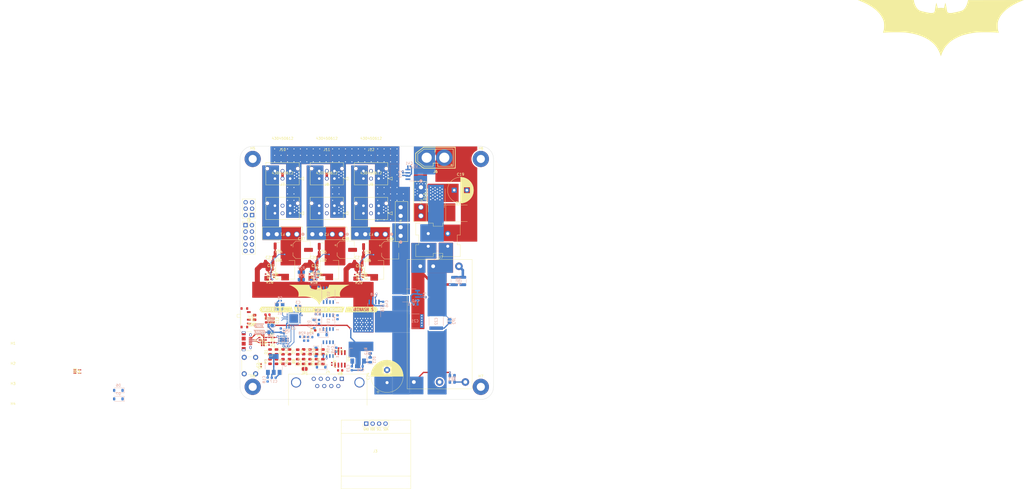
<source format=kicad_pcb>
(kicad_pcb (version 20221018) (generator pcbnew)
  (layers (0 "F.Cu" signal) (1 "In1.Cu" signal) (2 "In2.Cu" signal) (31 "B.Cu" signal) (34 "B.Paste" user) (35 "F.Paste" user) (36 "B.SilkS" user "B.Silkscreen") (37 "F.SilkS" user "F.Silkscreen") (38 "B.Mask" user) (39 "F.Mask" user) (44 "Edge.Cuts" user))
  (net 0 "")
  (net 1 "+3V3")
  (net 2 "GND")
  (net 3 "/NRST")
  (net 4 "+5V")
  (net 5 "Net-(C9-Pad2)")
  (net 6 "Net-(C10-Pad2)")
  (net 7 "VBUS_UP")
  (net 8 "+3.3VA")
  (net 9 "Net-(D10-K)")
  (net 10 "/Power/Battery_Terminal_2")
  (net 11 "/Power/DCDC_V_{in}")
  (net 12 "/Power/12V_Unsensed")
  (net 13 "Net-(JP2-B)")
  (net 14 "/Power/12V_Buck")
  (net 15 "Net-(U17-SW)")
  (net 16 "Net-(U17-BST)")
  (net 17 "Net-(U9-SW)")
  (net 18 "Net-(U9-BST)")
  (net 19 "Net-(U10-SW)")
  (net 20 "Net-(U10-BST)")
  (net 21 "/Power/5V_1")
  (net 22 "/Power/5V_2")
  (net 23 "/Power/5V_3")
  (net 24 "Net-(D16-K)")
  (net 25 "Net-(D17-K)")
  (net 26 "Net-(D18-K)")
  (net 27 "Net-(D19-K)")
  (net 28 "Net-(D21-K)")
  (net 29 "Net-(D1-K)")
  (net 30 "Net-(J2-D-)")
  (net 31 "Net-(J2-D+)")
  (net 32 "Net-(D3-A)")
  (net 33 "Net-(D4-A)")
  (net 34 "Net-(D5-A)")
  (net 35 "Net-(D8-A)")
  (net 36 "Net-(D9-K)")
  (net 37 "Net-(D11-A)")
  (net 38 "Net-(D12-A)")
  (net 39 "Net-(D13-A)")
  (net 40 "Net-(D14-A)")
  (net 41 "Net-(D15-A)")
  (net 42 "/Power/Current & Voltage Senseing/u11_unused")
  (net 43 "/Power/outputs/5V_1")
  (net 44 "/Power/outputs/5V_2")
  (net 45 "/Power/outputs/5V_3")
  (net 46 "/Power/12V_PCBs")
  (net 47 "/Power/outputs/12V_PCBs")
  (net 48 "/Power/Battery_Terminal_1")
  (net 49 "/DEBUG_SWO")
  (net 50 "/DEBUG_SWCLK")
  (net 51 "/DEBUG_SWDIO")
  (net 52 "/GPIO6")
  (net 53 "/GPIO5")
  (net 54 "/GPIO4")
  (net 55 "/GPIO3")
  (net 56 "/GPIO2")
  (net 57 "/GPIO1")
  (net 59 "/SCL")
  (net 60 "/SDA")
  (net 62 "/CAN_L")
  (net 65 "Net-(JP1-A)")
  (net 67 "/CAN_H")
  (net 72 "/Power/Battery_Terminal_1_Unsensed")
  (net 73 "Net-(SW2-B)")
  (net 74 "/BOOT0")
  (net 75 "Net-(U2-CBUS0)")
  (net 76 "Net-(U2-USBDP)")
  (net 77 "Net-(U2-USBDM)")
  (net 78 "/GPLED1")
  (net 79 "/GPLED2")
  (net 80 "/GPLED3")
  (net 81 "/Power/DCDC_CTRL")
  (net 82 "Net-(U7-Trim)")
  (net 83 "Net-(U17-FB)")
  (net 84 "Net-(U9-FB)")
  (net 85 "Net-(U10-FB)")
  (net 86 "Net-(U3-PA8)")
  (net 87 "/XCLK")
  (net 90 "/UART_RX")
  (net 92 "/UART_TX")
  (net 94 "/ADC_Battery_Voltage")
  (net 95 "/Battery_Curr")
  (net 96 "/12V_Current_Out")
  (net 97 "/ADC_12V_Voltage_Out")
  (net 98 "/12V_Current_Buck")
  (net 99 "/CAN_RX")
  (net 100 "/CAN_TX")
  (net 101 "/CAN_STBY")
  (net 102 "Net-(U15B-+)")
  (net 110 "Net-(JP3-B)")
  (footprint "Resistor_SMD:R_0805_2012Metric" (layer "F.Cu") (at 100.738 126.596 90)
    (fp_text reference "R1")
    (fp_text value "10k")
  )
  (footprint "Resistor_SMD:R_0805_2012Metric" (layer "F.Cu") (at 109.393333 144 -90)
    (fp_text reference "R5")
    (fp_text value "220R")
  )
  (footprint "LED_SMD:LED_0805_2012Metric" (layer "F.Cu") (at 125.164 144.0175 90)
    (fp_text reference "D12")
    (fp_text value "BLUE")
  )
  (footprint "Capacitor_SMD:C_0402_1005Metric" (layer "F.Cu") (at 134.433 138.687 180)
    (fp_text reference "C15")
    (fp_text value "100n")
  )
  (footprint "Package_TO_SOT_SMD:SOT-563" (layer "F.Cu") (at 141.91125 109.801 -90)
    (fp_text reference "U10")
    (fp_text value "AP62250Z6")
  )
  (footprint "Resistor_SMD:R_0805_2012Metric" (layer "F.Cu") (at 120.084 140.1575 -90)
    (fp_text reference "R22")
    (fp_text value "560R")
  )
  (footprint "kibuzzard-65BDD733" (layer "F.Cu") (at 126.2 123.45)
    (fp_text reference "kibuzzard-65BDD733" hide)
    (fp_text value "G***" hide)
  )
  (footprint "Capacitor_SMD:C_0603_1608Metric" (layer "F.Cu") (at 106.8185 127.775 -90)
    (fp_text reference "C13")
    (fp_text value "1u")
  )
  (footprint "LOGO" (layer "F.Cu") (at 126.25 117.75)
    (fp_text reference "G***")
    (fp_text value "LOGO" hide)
  )
  (footprint "Resistor_SMD:R_0805_2012Metric" (layer "F.Cu") (at 122.624 140.1825 -90)
    (fp_text reference "R23")
    (fp_text value "560R")
  )
  (footprint "Resistor_SMD:R_0603_1608Metric" (layer "F.Cu") (at 134.5 147.5 180)
    (fp_text reference "R8")
    (fp_text value "120R")
  )
  (footprint "Capacitor_SMD:CP_Elec_6.3x7.7" (layer "F.Cu") (at 119.3 99.9)
    (fp_text reference "C37")
    (fp_text value "100u")
  )
  (footprint "Capacitor_SMD:C_1210_3225Metric" (layer "F.Cu") (at 127.725 98.5 180)
    (fp_text reference "C35")
    (fp_text value "22u")
  )
  (footprint "BP_FTP:CMC" (layer "F.Cu") (at 171.597 94.722 -90)
    (fp_text reference "FL1" hide)
    (fp_text value "Filter_EMI_LL_1423" hide)
  )
  (footprint "MountingHole:MountingHole_3.2mm_M3" (layer "F.Cu") (at 5.45 156.91)
    (fp_text reference "H3")
    (fp_text value "MountingHole")
  )
  (footprint "Capacitor_SMD:C_0402_1005Metric" (layer "F.Cu") (at 104 137.65)
    (fp_text reference "C11")
    (fp_text value "100n")
  )
  (footprint "Button_Switch_THT:SW_PUSH_6mm_H5mm" (layer "F.Cu") (at 101.15 142.35 -90)
    (fp_text reference "SW1")
    (fp_text value "RESET")
  )
  (footprint "Capacitor_SMD:C_1210_3225Metric" (layer "F.Cu") (at 145.21325 98.613 180)
    (fp_text reference "C33")
    (fp_text value "22u")
  )
  (footprint "Package_TO_SOT_SMD:SOT-563" (layer "F.Cu") (at 124.169 109.688 -90)
    (fp_text reference "U9")
    (fp_text value "AP62250Z6")
  )
  (footprint "BP_FTP:CON_430450612_MOL" (layer "F.Cu") (at 149.692104 85.4685)
    (fp_text reference "J9")
    (fp_text value "STD_PWR_HEADER")
  )
  (footprint "Capacitor_SMD:C_1210_3225Metric" (layer "F.Cu") (at 127.73675 101.71475 180)
    (fp_text reference "C32")
    (fp_text value "22u")
  )
  (footprint "Resistor_SMD:R_0805_2012Metric" (layer "F.Cu") (at 111.946666 144 -90)
    (fp_text reference "R6")
    (fp_text value "220R")
  )
  (footprint "BP_FTP:XT-60_female" (layer "F.Cu") (at 172.1064 63.5 180)
    (fp_text reference "J6")
    (fp_text value "AMASS XT60-F Vertical" hide)
  )
  (footprint "BP_FTP:CON_430450612_MOL" (layer "F.Cu") (at 149.695117 71.751)
    (fp_text reference "J12")
    (fp_text value "STD_PWR_HEADER")
  )
  (footprint "Connector_PinHeader_2.54mm:PinHeader_2x05_P2.54mm_Vertical" (layer "F.Cu") (at 97.16 90.15)
    (fp_text reference "J5")
    (fp_text value "GPIO")
  )
  (footprint "Capacitor_SMD:C_0402_1005Metric" (layer "F.Cu") (at 125.771 110.311 -90)
    (fp_text reference "C29")
    (fp_text value "100n")
  )
  (footprint "Capacitor_SMD:C_0603_1608Metric" (layer "F.Cu") (at 108.3195 127.775 -90)
    (fp_text reference "C12")
    (fp_text value "10u")
  )
  (footprint "Resistor_SMD:R_0805_2012Metric" (layer "F.Cu") (at 125.164 140.1825 -90)
    (fp_text reference "R15")
    (fp_text value "1k98")
  )
  (footprint "Resistor_SMD:R_0402_1005Metric" (layer "F.Cu") (at 124.15 111.6 180)
    (fp_text reference "R18")
    (fp_text value "52.3k")
  )
  (footprint "Capacitor_SMD:C_0603_1608Metric" (layer "F.Cu") (at 107.18725 107.573)
    (fp_text reference "C51")
    (fp_text value "100n")
  )
  (footprint "Capacitor_SMD:C_1210_3225Metric" (layer "F.Cu") (at 106.50325 105.173)
    (fp_text reference "C25")
    (fp_text value "10u")
  )
  (footprint "BP_FTP:L_7.3x7.3_H3.5" (layer "F.Cu") (at 147.991 107.8 90)
    (fp_text reference "L3")
    (fp_text value "2.2u")
  )
  (footprint "kibuzzard-65BDD721" (layer "F.Cu") (at 142.9 123.45)
    (fp_text reference "kibuzzard-65BDD721" hide)
    (fp_text value "G***" hide)
  )
  (footprint "Capacitor_SMD:C_0402_1005Metric" (layer "F.Cu") (at 131.203 144.937 -90)
    (fp_text reference "C16")
    (fp_text value "100n")
  )
  (footprint "BP_FTP:SOT65P210X110-5N" (layer "F.Cu") (at 30.8 147.94)
    (fp_text reference "IC1")
    (fp_text value "ESDALC6V1W5" hide)
  )
  (footprint "MountingHole:MountingHole_3.2mm_M3_Pad" (layer "F.Cu") (at 190 154)
    (fp_text reference "H7")
    (fp_text value "MountingHole_Pad")
  )
  (footprint "Resistor_SMD:R_0805_2012Metric" (layer "F.Cu") (at 117.75 140.2375 -90)
    (fp_text reference "R9")
    (fp_text value "260R")
  )
  (footprint "Package_TO_SOT_SMD:TO-252-2" (layer "F.Cu") (at 172.456 78.833 90)
    (fp_text reference "D10")
    (fp_text value "MBRD835")
  )
  (footprint "Resistor_SMD:R_0805_2012Metric" (layer "F.Cu") (at 114.5 144 -90)
    (fp_text reference "R7")
    (fp_text value "220R")
  )
  (footprint "Package_TO_SOT_SMD:SOT-563" (layer "F.Cu") (at 106.75725 109.67325 -90)
    (fp_text reference "U17")
    (fp_text value "~")
  )
  (footprint "TestPoint:TestPoint_Pad_D1.0mm" (layer "F.Cu") (at 124.65 131.7 90)
    (fp_text reference "TP1")
    (fp_text value "MCO")
  )
  (footprint "Resistor_SMD:R_0402_1005Metric" (layer "F.Cu") (at 122.46175 109.9364 -90)
    (fp_text reference "R19")
    (fp_text value "10k")
  )
  (footprint "BP_FTP:CONN_3544-2_KEY" (layer "F.Cu") (at 166.366 75.188449 -90)
    (fp_text reference "F5")
    (fp_text value "3544-2")
  )
  (footprint "Resistor_SMD:R_0402_1005Metric" (layer "F.Cu") (at 140.26025 110.172 -90)
    (fp_text reference "R21")
    (fp_text value "10k")
  )
  (footprint "Connector_PinHeader_2.54mm:PinHeader_2x03_P2.54mm_Vertical" (layer "F.Cu") (at 99.75 86.19 180)
    (fp_text reference "J1")
    (fp_text value "Conn_01x06_Pin")
  )
  (footprint "BP_FTP:CONN_3544-2_KEY" (layer "F.Cu") (at 134.819504 93.726 180)
    (fp_text reference "F2")
    (fp_text value "3544-2")
  )
  (footprint "Capacitor_SMD:C_1210_3225Metric" (layer "F.Cu") (at 123.915 105.18775)
    (fp_text reference "C26")
    (fp_text value "10u")
  )
  (footprint "Capacitor_SMD:C_1210_3225Metric" (layer "F.Cu") (at 110.325 101.7 180)
    (fp_text reference "C31")
    (fp_text value "22u")
  )
  (footprint "MountingHole:MountingHole_3.2mm_M3_Pad" (layer "F.Cu") (at 190 64)
    (fp_text reference "H6")
    (fp_text value "MountingHole_Pad")
  )
  (footprint "Jumper:SolderJumper-2_P1.3mm_Open_RoundedPad1.0x1.5mm" (layer "F.Cu") (at 120.5 146.92 180)
    (fp_text reference "JP1")
    (fp_text value "SolderJumper_2_Open")
  )
  (footprint "Connector_USB:USB_Micro-B_Amphenol_10118194_Horizontal" (layer "F.Cu") (at 97.733 135.95 -90)
    (fp_text reference "J2")
    (fp_text value "USB_B_Micro")
  )
  (footprint "LED_SMD:LED_0805_2012Metric" (layer "F.Cu") (at 120.084 143.9925 90)
    (fp_text reference "D13")
    (fp_text value "BLUE")
  )
  (footprint "BP_FTP:BattBord" (layer "F.Cu") (at 371.5 12.4)
    (fp_text reference "G***")
    (fp_text value "LOGO" hide)
  )
  (footprint "BP_FTP:SOT23-6L_STM-L" (layer "F.Cu") (at 103.93635 135.499999)
    (fp_text reference "D2")
    (fp_text value "USBLC6-2SC6")
  )
  (footprint "LED_SMD:LED_0805_2012Metric" (layer "F.Cu") (at 111.946666 140.19 -90)
    (fp_text reference "D4")
    (fp_text value "RED")
  )
  (footprint "BP_FTP:L_7.3x7.3_H3.5" (layer "F.Cu") (at 130.265 107.746 90)
    (fp_text reference "L2")
    (fp_text value "2.2u")
  )
  (footprint "Capacitor_SMD:C_1210_3225Metric" (layer "F.Cu") (at 141.65 105.2)
    (fp_text reference "C27")
    (fp_text value "10u")
  )
  (footprint "MountingHole:MountingHole_3.2mm_M3_Pad" (layer "F.Cu") (at 100 64)
    (fp_text reference "H5")
    (fp_text value "MountingHole_Pad")
  )
  (footprint "LED_SMD:LED_0805_2012Metric" (layer "F.Cu") (at 127.704 144.0175 90)
    (fp_text reference "D15")
    (fp_text value "BLUE")
  )
  (footprint "Capacitor_SMD:C_0603_1608Metric" (layer "F.Cu") (at 105.2715 127.775 -90)
    (fp_text reference "C14")
    (fp_text value "1u")
  )
  (footprint "Resistor_SMD:R_0402_1005Metric" (layer "F.Cu") (at 105.09 109.98465 -90)
    (fp_text reference "R17")
    (fp_text value "10k")
  )
  (footprint "Capacitor_SMD:C_0402_1005Metric" (layer "F.Cu") (at 106.43635 133.979999 -90)
    (fp_text reference "C10")
    (fp_text value "47p")
  )
  (footprint "BP_FTP:L_7.3x7.3_H3.5" (layer "F.Cu") (at 112.85325 107.75625 90)
    (fp_text reference "L1")
    (fp_text value "2.2u")
  )
  (footprint "Capacitor_SMD:C_0603_1608Metric" (layer "F.Cu") (at 142.08725 107.7)
    (fp_text reference "C53")
    (fp_text value "100n")
  )
  (footprint "Resistor_SMD:R_0402_1005Metric" (layer "F.Cu") (at 106.7 111.55 180)
    (fp_text reference "R16")
    (fp_text value "52.3k")
  )
  (footprint "BP_FTP:CON_430450612_MOL" (layer "F.Cu") (at 132.23111 71.751)
    (fp_text reference "J11")
    (fp_text value "STD_PWR_HEADER")
  )
  (footprint "MountingHole:MountingHole_3.2mm_M3" (layer "F.Cu") (at 5.45 148.96)
    (fp_text reference "H2")
    (fp_text value "MountingHole")
  )
  (footprint "BP_FTP:CONN_3544-2_KEY" (layer "F.Cu") (at 117.357004 93.726 180)
    (fp_text reference "F1")
    (fp_text value "3544-2")
  )
  (footprint "BP_FTP:CON_430450612_MOL" (layer "F.Cu") (at 132.229604 85.45)
    (fp_text reference "J8")
    (fp_text value "STD_PWR_HEADER")
  )
  (footprint "Package_SO:SOIC-8_3.9x4.9mm_P1.27mm" (layer "F.Cu") (at 134.453 142.937 -90)
    (fp_text reference "U4")
    (fp_text value "MCP2542FD-E/SN")
  )
  (footprint "Capacitor_SMD:C_0402_1005Metric" (layer "F.Cu") (at 108.35925 110.29625 -90)
    (fp_text reference "C28")
    (fp_text value "100n")
  )
  (footprint "MountingHole:MountingHole_3.2mm_M3" (layer "F.Cu") (at 5.45 164.86)
    (fp_text reference "H4")
    (fp_text value "MountingHole")
  )
  (footprint "MountingHole:MountingHole_3.2mm_M3_Pad" (layer "F.Cu") (at 100 154)
    (fp_text reference "H8")
    (fp_text value "MountingHole_Pad")
  )
  (footprint "Resistor_SMD:R_0805_2012Metric" (layer "F.Cu") (at 106.84 144 90)
    (fp_text reference "R2")
    (fp_text value "220R")
  )
  (footprint "Capacitor_SMD:CP_Elec_6.3x7.7" (layer "F.Cu") (at 136.7 99.9)
    (fp_text reference "C38")
    (fp_text value "100u")
  )
  (footprint "BP_FTP:CON_430450612_MOL" (layer "F.Cu") (at 114.767104 85.4505)
    (fp_text reference "J7")
    (fp_text value "STD_PWR_HEADER")
  )
  (footprint "Capacitor_SMD:C_0603_1608Metric" (layer "F.Cu") (at 124.67175 107.58775)
    (fp_text reference "C52")
    (fp_text value "100n")
  )
  (footprint "kibuzzard-65BDD72B" (layer "F.Cu") (at 109.3 123.45)
    (fp_text reference "kibuzzard-65BDD72B" hide)
    (fp_text value "G***" hide)
  )
  (footprint "Capacitor_THT:CP_Radial_D12.5mm_P5.00mm" (layer "F.Cu") (at 153 152.323959 90)
    (fp_text reference "C24")
    (fp_text value "1m")
  )
  (footprint "Capacitor_SMD:C_0402_1005Metric" (layer "F.Cu") (at 106.43635 136.999999 90)
    (fp_text reference "C9")
    (fp_text value "47p")
  )
  (footprint "Capacitor_SMD:C_1210_3225Metric" (layer "F.Cu") (at 110.325 98.35825 180)
    (fp_text reference "C34")
    (fp_text value "22u")
  )
  (footprint "Converter_DCDC:Converter_DCDC_RECOM_RPA60-xxxxSFW" (layer "F.Cu") (at 166.112 106.3752)
    (fp_text reference "U7")
    (fp_text value "RPA60-2412SFW")
  )
  (footprint "LED_SMD:LED_0805_2012Metric" (layer "F.Cu") (at 109.393333 140.19 -90)
    (fp_text reference "D3")
    (fp_text value "AMBER")
  )
  (footprint "BP_FTP:Display_128x64_096_I2C" (layer "F.Cu") (at 148.59 168.529)
    (fp_text reference "J3")
    (fp_text value "OLED")
  )
  (footprint "Capacitor_SMD:C_0402_1005Metric" (layer "F.Cu") (at 103.3 145.5 90)
    (fp_text reference "C2")
    (fp_text value "100n")
  )
  (footprint "Capacitor_SMD:CP_Elec_6.3x7.7" (layer "F.Cu") (at 154.242 100.04975)
    (fp_text reference "C39")
    (fp_text value "100u")
  )
  (footprint "Resistor_SMD:R_0402_1005Metric" (layer "F.Cu") (at 107.93635 134.499999 180)
    (fp_text reference "R4")
    (fp_text value "27R")
  )
  (footprint "Diode_SMD:D_SMC" (layer "F.Cu") (at 181.098 85.471)
    (fp_text reference "D9")
    (fp_text value "S10ML-TP")
  )
  (footprint "Button_Switch_SMD:SW_SPDT_PCM12" (layer "F.Cu") (at 97.035 126.724 -90)
    (fp_text reference "SW2")
    (fp_text value "SW_SPDT")
  )
  (footprint "Connector_Dsub:DSUB-9_Female_Horizontal_P2.77x2.84mm_EdgePinOffset7.70mm_Housed_MountingHolesOffset9.12mm" (layer "F.Cu") (at 135.155 150.83)
    (fp_text reference "J4")
    (fp_text value "DE9_Receptacle_MountingHoles")
  )
  (footprint "Capacitor_SMD:C_0402_1005Metric" (layer "F.Cu") (at 143.51325 110.25 -90)
    (fp_text reference "C30")
    (fp_text value "100n")
  )
  (footprint "BP_FTP:CON_430450612_MOL" (layer "F.Cu") (at 114.767104 71.751)
    (fp_text reference "J10")
    (fp_text value "STD_PWR_HEADER")
  )
  (footprint "Capacitor_THT:CP_Radial_D10.0mm_P5.00mm" (layer "F.Cu") (at 179.492323 76.327)
    (fp_text reference "C19")
    (fp_text value "100u")
  )
  (footprint "Inductor_SMD:L_0603_1608Metric" (layer "F.Cu") (at 105.8185 125.489 180)
    (fp_text reference "FB1")
    (fp_text value "300R")
  )
  (footprint "LED_SMD:LED_0805_2012Metric" (layer "F.Cu") (at 117.75 144.0075 90)
    (fp_text reference "D8")
    (fp_text value "BLUE")
  )
  (footprint "BP_FTP:CONN_3544-2_KEY" (layer "F.Cu") (at 158.3655 94.363002 90)
    (fp_text reference "F4")
    (fp_text value "3544-2")
  )
  (footprint "Resistor_SMD:R_0402_1005Metric" (layer "F.Cu") (at 141.9 111.7 180)
    (fp_text reference "R20")
    (fp_text value "52.3k")
  )
  (footprint "MountingHole:MountingHole_3.2mm_M3" (layer "F.Cu") (at 5.45 141.01)
    (fp_text reference "H1")
    (fp_text value "MountingHole")
  )
  (footprint "LED_SMD:LED_0805_2012Metric" (layer "F.Cu") (at 122.624 144.0175 90)
    (fp_text reference "D14")
    (fp_text value "BLUE")
  )
  (footprint "Capacitor_SMD:C_1210_3225Metric" (layer "F.Cu") (at 145.225 101.82775 180)
    (fp_text reference "C36")
    (fp_text value "22u")
  )
  (footprint "Resistor_SMD:R_0402_1005Metric" (layer "F.Cu") (at 107.93635 136.499999 180)
    (fp_text reference "R3")
    (fp_text value "27R")
  )
  (footprint "Resistor_SMD:R_0805_2012Metric" (layer "F.Cu") (at 127.704 140.1825 -90)
    (fp_text reference "R24")
    (fp_text value "560R")
  )
  (footprint "BP_FTP:CONN_3544-2_KEY" (layer "F.Cu") (at 152.282004 93.726 180)
    (fp_text reference "F3")
    (fp_text value "3544-2")
  )
  (footprint "LED_SMD:LED_0805_2012Metric" (layer "F.Cu") (at 114.5 140.19 -90)
    (fp_text reference "D5")
    (fp_text value "GREEN")
  )
  (footprint "LED_SMD:LED_0805_2012Metric" (layer "F.Cu") (at 106.84 140.1875 90)
    (fp_text reference "D1")
    (fp_text value "AMBER")
  )
  (footprint "Jumper:SolderJumper-2_P1.3mm_Open_TrianglePad1.0x1.5mm" (layer "B.Cu") (at 107.075 129.75 180)
    (fp_text reference "JP3")
    (fp_text value "POWER SEL")
  )
  (footprint "Capacitor_SMD:C_0603_1608Metric" (layer "B.Cu") (at 121.05 135.75 180)
    (fp_text reference "C43")
    (fp_text value "6u")
  )
  (footprint "Resistor_SMD:R_1210_3225Metric" (layer "B.Cu") (at 179.6 112.2 90)
    (fp_text reference "R10")
    (fp_text value "47k")
  )
  (footprint "Capacitor_SMD:C_0603_1608Metric" (layer "B.Cu") (at 105.887 151.119 -90)
    (fp_text reference "C18")
    (fp_text value "10u")
  )
  (footprint "Resistor_SMD:R_0805_2012Metric" (layer "B.Cu") (at 146.35 139.9 -90)
    (fp_text reference "R12")
    (fp_text value "560R")
  )
  (footprint "Capacitor_SMD:C_0603_1608Metric" (layer "B.Cu") (at 139.1 146.675 -90)
    (fp_text reference "C23")
    (fp_text value "10u")
  )
  (footprint "Diode_SMD:D_SOD-123" (layer "B.Cu") (at 127 146.177 180)
    (fp_text reference "D19")
    (fp_text value "MMSZ5226B-7-F")
  )
  (footprint "LED_SMD:LED_0805_2012Metric" (layer "B.Cu") (at 146.35 143.33 90)
    (fp_text reference "D11")
    (fp_text value "BLUE")
  )
  (footprint "BP_FTP:CAP_2220_AVX" (layer "B.Cu") (at 172.4 128.1 -90)
    (fp_text reference "C22")
    (fp_text value "6.8n")
  )
  (footprint "BP_FTP:SO8_STM" (layer "B.Cu") (at 129.8 139.1 90)
    (fp_text reference "U14")
    (fp_text value "TSV912IDT")
  )
  (footprint "Package_SO:SOIC-8_3.9x4.9mm_P1.27mm" (layer "B.Cu") (at 162.525 117.905)
    (fp_text reference "U11")
    (fp_text value "ACS723xLCTR-10AU")
  )
  (footprint "Crystal:Crystal_SMD_3225-4Pin_3.2x2.5mm" (layer "B.Cu") (at 110.704 122.4135)
    (fp_text reference "U1")
    (fp_text value "8MHz")
  )
  (footprint "Resistor_SMD:R_1210_3225Metric" (layer "B.Cu") (at 182.9 112.2 -90)
    (fp_text reference "R11")
    (fp_text value "17k")
  )
  (footprint "Diode_SMD:D_SOD-123" (layer "B.Cu") (at 46.99 158.75 180)
    (fp_text reference "D7")
    (fp_text value "MMSZ5231B-7-F")
  )
  (footprint "BP_FTP:SO8_STM" (layer "B.Cu") (at 129.85 117.8 90)
    (fp_text reference "U15")
    (fp_text value "TSV912IDT")
  )
  (footprint "BP_FTP:SO8_STM" (layer "B.Cu") (at 129.8 128.45 90)
    (fp_text reference "U13")
    (fp_text value "TSV912IDT")
  )
  (footprint "Package_TO_SOT_SMD:SOT-223-3_TabPin2" (layer "B.Cu") (at 141.6 140.65 90)
    (fp_text reference "U6")
    (fp_text value "AZ1117IH-5.0")
  )
  (footprint "Resistor_SMD:R_0805_2012Metric" (layer "B.Cu") (at 119.183 111.66 180)
    (fp_text reference "R30")
    (fp_text value "47k")
  )
  (footprint "Capacitor_SMD:C_0603_1608Metric" (layer "B.Cu") (at 151.451 121.197 90)
    (fp_text reference "C46")
    (fp_text value "100n")
  )
  (footprint "Capacitor_SMD:C_0603_1608Metric" (layer "B.Cu") (at 126.15 128.35 -90)
    (fp_text reference "C42")
    (fp_text value "1u")
  )
  (footprint "Capacitor_SMD:C_0402_1005Metric" (layer "B.Cu") (at 112.35 132.25 90)
    (fp_text reference "C7")
    (fp_text value "100n")
  )
  (footprint "Resistor_SMD:R_0805_2012Metric" (layer "B.Cu") (at 178.7 149.6)
    (fp_text reference "R13")
    (fp_text value "R")
  )
  (footprint "BP_FTP:FT234XD-R" (layer "B.Cu") (at 112.124999 135.453 -90)
    (fp_text reference "U2")
    (fp_text value "FT234XD-R")
  )
  (footprint "Capacitor_SMD:C_0402_1005Metric" (layer "B.Cu") (at 147.895 118.657 180)
    (fp_text reference "C48")
    (fp_text value "1n")
  )
  (footprint "Jumper:SolderJumper-2_P1.3mm_Open_TrianglePad1.0x1.5mm" (layer "B.Cu") (at 107.05 132.45)
    (fp_text reference "JP4")
    (fp_text value "POWER SEL")
  )
  (footprint "BP_FTP:CAPC3225X270N" (layer "B.Cu") (at 172.9 101.7)
    (fp_text reference "L4")
    (fp_text value "10u")
  )
  (footprint "Package_SO:SOIC-8_3.9x4.9mm_P1.27mm" (layer "B.Cu") (at 163.699 70.104 180)
    (fp_text reference "U12")
    (fp_text value "ACS723xLCTR-10AU")
  )
  (footprint "Resistor_SMD:R_0805_2012Metric" (layer "B.Cu") (at 119.183 108.71 180)
    (fp_text reference "R29")
    (fp_text value "47k")
  )
  (footprint "Capacitor_SMD:C_0603_1608Metric" (layer "B.Cu") (at 117.887 122.0715 180)
    (fp_text reference "C3")
    (fp_text value "10u")
  )
  (footprint "Capacitor_SMD:C_0402_1005Metric" (layer "B.Cu") (at 159.254 70.005 -90)
    (fp_text reference "C45")
    (fp_text value "1n")
  )
  (footprint "Capacitor_SMD:C_0603_1608Metric" (layer "B.Cu") (at 132.969 139.306 -90)
    (fp_text reference "C49")
    (fp_text value "100n")
  )
  (footprint "Diode_SMD:D_SOD-123" (layer "B.Cu") (at 124.263 114.7 180)
    (fp_text reference "D20")
    (fp_text value "MMSZ5226B-7-F")
  )
  (footprint "Capacitor_SMD:C_0402_1005Metric" (layer "B.Cu") (at 118.436 123.3415 180)
    (fp_text reference "C6")
    (fp_text value "100n")
  )
  (footprint "Capacitor_SMD:C_0402_1005Metric" (layer "B.Cu") (at 113.836 130.7075)
    (fp_text reference "C4")
    (fp_text value "100n")
  )
  (footprint "Resistor_SMD:R_0603_1608Metric" (layer "B.Cu") (at 125.65 125.3 180)
    (fp_text reference "R27")
    (fp_text value "4k7")
  )
  (footprint "Capacitor_SMD:C_0603_1608Metric" (layer "B.Cu") (at 111.1 131.7 90)
    (fp_text reference "C5")
    (fp_text value "4u7")
  )
  (footprint "kibuzzard-65BDE8C6" (layer "B.Cu") (at 107 127.35 180)
    (fp_text reference "kibuzzard-65BDE8C6" hide)
    (fp_text value "G***" hide)
  )
  (footprint "Capacitor_SMD:C_0402_1005Metric" (layer "B.Cu") (at 166.703 118.032 90)
    (fp_text reference "C44")
    (fp_text value "1n")
  )
  (footprint "BP_FTP:CAP_2220_AVX" (layer "B.Cu") (at 164 128 180)
    (fp_text reference "C21")
    (fp_text value "6.8n")
  )
  (footprint "Capacitor_SMD:C_0402_1005Metric" (layer "B.Cu") (at 161.7 66.85 180)
    (fp_text reference "C41")
    (fp_text value "100n")
  )
  (footprint "Jumper:SolderJumper-2_P1.3mm_Open_RoundedPad1.0x1.5mm" (layer "B.Cu") (at 177.7 128 90)
    (fp_text reference "JP2")
    (fp_text value "SolderJumper_2_Open")
  )
  (footprint "Resistor_SMD:R_0805_2012Metric" (layer "B.Cu") (at 178.7 152.1 180)
    (fp_text reference "R14")
    (fp_text value "R")
  )
  (footprint "Capacitor_SMD:C_0603_1608Metric" (layer "B.Cu") (at 164.29 121.461 180)
    (fp_text reference "C40")
    (fp_text value "100n")
  )
  (footprint "Diode_SMD:D_SOD-123" (layer "B.Cu") (at 127.5 133.45 180)
    (fp_text reference "D18")
    (fp_text value "MMSZ5226B-7-F")
  )
  (footprint "kibuzzard-65BDE858" (layer "B.Cu") (at 102.45 129.85 180)
    (fp_text reference "kibuzzard-65BDE858" hide)
    (fp_text value "G***" hide)
  )
  (footprint "Resistor_SMD:R_0603_1608Metric" (layer "B.Cu") (at 122.701 134.353 180)
    (fp_text reference "R26")
    (fp_text value "10k")
  )
  (footprint "Diode_SMD:D_SOD-123" (layer "B.Cu") (at 124.2 129.2 -90)
    (fp_text reference "D16")
    (fp_text value "MMSZ5226B-7-F")
  )
  (footprint "Capacitor_SMD:C_0603_1608Metric" (layer "B.Cu") (at 108.298 150.4)
    (fp_text reference "C17")
    (fp_text value "22u")
  )
  (footprint "Diode_SMD:D_SOD-123" (layer "B.Cu") (at 123.063 110.11 90)
    (fp_text reference "D21")
    (fp_text value "MMSZ5226B-7-F")
  )
  (footprint "Capacitor_SMD:C_0402_1005Metric" (layer "B.Cu") (at 110.77 119.9935 180)
    (fp_text reference "C8")
    (fp_text value "100n")
  )
  (footprint "Resistor_SMD:R_0603_1608Metric" (layer "B.Cu") (at 119.526 134.226 180)
    (fp_text reference "R28")
    (fp_text value "1k02")
  )
  (footprint "Diode_SMD:D_SOD-123" (layer "B.Cu") (at 124.968 140.208 -90)
    (fp_text reference "D17")
    (fp_text value "MMSZ5226B-7-F")
  )
  (footprint "kibuzzard-65BDE861" (layer "B.Cu") (at 102.75 132.4 180)
    (fp_text reference "kibuzzard-65BDE861" hide)
    (fp_text value "G***" hide)
  )
  (footprint "Diode_SMD:D_SOD-123" (layer "B.Cu") (at 46.99 155.4 180)
    (fp_text reference "D6")
    (fp_text value "MMSZ5226B-7-F")
  )
  (footprint "Capacitor_SMD:C_0603_1608Metric" (layer "B.Cu") (at 142.6 145.9)
    (fp_text reference "C20")
    (fp_text value "22u")
  )
  (footprint "Capacitor_SMD:C_0402_1005Metric" (layer "B.Cu") (at 113.2 138)
    (fp_text reference "C1")
    (fp_text value "100n")
  )
  (footprint "Package_DFN_QFN:QFN-32-1EP_5x5mm_P0.5mm_EP3.45x3.45mm" (layer "B.Cu") (at 116.15 127)
    (fp_text reference "U3")
    (fp_text value "STM32L432KCUx")
  )
  (footprint "Resistor_SMD:R_0603_1608Metric" (layer "B.Cu") (at 125.65 123.75)
    (fp_text reference "R25")
    (fp_text value "28k7")
  )
  (footprint "Capacitor_SMD:C_0603_1608Metric" (layer "B.Cu") (at 125.993 109.24 -90)
    (fp_text reference "C50")
    (fp_text value "100n")
  )
  (footprint "Package_TO_SOT_SMD:SOT-223-3_TabPin2" (layer "B.Cu") (at 108.3 145.15 90)
    (fp_text reference "U5")
    (fp_text value "AZ1117-3.3")
  )
  (footprint "Capacitor_SMD:C_0603_1608Metric" (layer "B.Cu") (at 133.45 126.5 -90)
    (fp_text reference "C47")
    (fp_text value "100n")
  )
  (footprint "Package_SO:SOIC-8_3.9x4.9mm_P1.27mm" (layer "B.Cu") (at 147.895 122.975 90)
    (fp_text reference "U16")
    (fp_text value "ACS723xLCTR-10AU")
  )
  (gr_arc (start 95 64) (mid 96.464466 60.464466) (end 100 59) (stroke (width 0.1)) (layer "Edge.Cuts"))
  (gr_line (start 190 159) (end 100 159) (stroke (width 0.1)) (layer "Edge.Cuts"))
  (gr_arc (start 190 59) (mid 193.535534 60.464466) (end 195 64) (stroke (width 0.1)) (layer "Edge.Cuts"))
  (gr_line (start 95 154) (end 95 64) (stroke (width 0.1)) (layer "Edge.Cuts"))
  (gr_arc (start 195 154) (mid 193.535534 157.535534) (end 190 159) (stroke (width 0.1)) (layer "Edge.Cuts"))
  (gr_arc (start 100 159) (mid 96.464466 157.535534) (end 95 154) (stroke (width 0.1)) (layer "Edge.Cuts"))
  (gr_line (start 100 59) (end 190 59) (stroke (width 0.1)) (layer "Edge.Cuts"))
  (gr_line (start 195 64) (end 195 154) (stroke (width 0.1)) (layer "Edge.Cuts"))
  (gr_text "MCU" (at 98 130) (layer "F.SilkS" knockout) (effects (font (size 1 1) (thickness 0.2) bold italic) (justify left bottom)))
  (segment (start 105.2715 127) (end 105.2715 125.7295) (width 0.5) (layer "F.Cu") (net 1))
  (segment (start 105.2715 125.7295) (end 105.031 125.489) (width 0.5) (layer "F.Cu") (net 1))
  (via (at 110.3 135.9) (size 0.7) (drill 0.3) (layers "F.Cu" "B.Cu") (net 1))
  (via (at 113.95 135.9) (size 0.7) (drill 0.3) (layers "F.Cu" "B.Cu") (net 1))
  (via (at 110.305497 134.95) (size 0.7) (drill 0.3) (layers "F.Cu" "B.Cu") (net 1))
  (via (at 113.95 134.95) (size 0.7) (drill 0.3) (layers "F.Cu" "B.Cu") (net 1))
  (segment (start 118.662 122.0715) (end 118.916 122.3255) (width 0.5) (layer "B.Cu") (net 1))
  (segment (start 118.916 123.3415) (end 118.916 124.9215) (width 0.5) (layer "B.Cu") (net 1))
  (segment (start 108.3 142) (end 108.3 145.898) (width 0.5) (layer "B.Cu") (net 1))
  (segment (start 112.72 138) (end 112.35 137.63) (width 0.2) (layer "B.Cu") (net 1))
  (segment (start 113.356 130.7075) (end 113.356 129.1065) (width 0.5) (layer "B.Cu") (net 1))
  (segment (start 118.916 122.3255) (end 118.916 123.3415) (width 0.5) (layer "B.Cu") (net 1))
  (segment (start 109.604 120.6795) (end 110.29 119.9935) (width 0.5) (layer "B.Cu") (net 1))
  (segment (start 108.3 145.898) (end 108.3 148.3) (width 0.5) (layer "B.Cu") (net 1))
  (segment (start 108.286 145.912) (end 108.3 145.898) (width 0.5) (layer "B.Cu") (net 1))
  (segment (start 113.356 129.1065) (end 113.6375 128.825) (width 0.5) (layer "B.Cu") (net 1))
  (segment (start 118.916 124.9215) (end 118.6625 125.175) (width 0.5) (layer "B.Cu") (net 1))
  (segment (start 113.6375 128.825) (end 113.7125 128.825) (width 0.5) (layer "B.Cu") (net 1))
  (segment (start 109.604 121.5635) (end 109.604 120.6795) (width 0.5) (layer "B.Cu") (net 1))
  (segment (start 112.35 137.63) (end 112.35 136.85) (width 0.2) (layer "B.Cu") (net 1))
  (segment (start 109.604 121.5635) (end 109.604 123.2635) (width 0.5) (layer "B.Cu") (net 1))
  (segment (start 107.523 149.077) (end 107.523 150.4) (width 0.5) (layer "B.Cu") (net 1))
  (segment (start 118.6625 125.175) (end 118.5875 125.175) (width 0.5) (layer "B.Cu") (net 1))
  (segment (start 108.3 148.3) (end 107.523 149.077) (width 0.5) (layer "B.Cu") (net 1))
  (segment (start 142.41925 107.757) (end 142.43125 107.769) (width 0.3) (layer "F.Cu") (net 2))
  (segment (start 126.26175 98.51175) (end 126.25 98.5) (width 0.5) (layer "F.Cu") (net 2))
  (segment (start 107.97825 102.57175) (end 108.85 101.7) (width 0.5) (layer "F.Cu") (net 2))
  (segment (start 105.2715 128.55) (end 106.8185 128.55) (width 0.5) (layer "F.Cu") (net 2))
  (segment (start 142.43125 109.031) (end 142.43525 109.027) (width 0.3) (layer "F.Cu") (net 2))
  (segment (start 107.96225 107.573) (end 107.37725 108.158) (width 0.5) (layer "F.Cu") (net 2))
  (segment (start 108.85 101.7) (end 108.85 98.35825) (width 0.5) (layer "F.Cu") (net 2))
  (segment (start 103.52 137.65) (end 103.52 135.75595) (width 0.5) (layer "F.Cu") (net 2))
  (segment (start 143.73825 101.816) (end 143.75 101.82775) (width 0.5) (layer "F.Cu") (net 2))
  (segment (start 107.37725 108.158) (end 107.37725 108.92325) (width 0.5) (layer "F.Cu") (net 2))
  (segment (start 142.67325 109.027) (end 142.86225 108.838) (width 0.3) (layer "F.Cu") (net 2))
  (segment (start 129.231111 68.836002) (end 129.231111 71.836001) (width 1) (layer "F.Cu") (net 2))
  (segment (start 125.452 107.39) (end 124.789 108.053) (width 0.5) (layer "F.Cu") (net 2))
  (segment (start 143.125 102.45275) (end 143.75 101.82775) (width 0.5) (layer "F.Cu") (net 2))
  (segment (start 126.26175 101.71475) (end 126.26175 98.51175) (width 0.5) (layer "F.Cu") (net 2))
  (segment (start 103.264049 135.499999) (end 102.6727 135.499999) (width 0.5) (layer "F.Cu") (net 2))
  (segment (start 125.39 104.977) (end 125.39 102.5865) (width 0.5) (layer "F.Cu") (net 2))
  (segment (start 125.452 107.39) (end 125.452 105.039) (width 0.5) (layer "F.Cu") (net 2))
  (segment (start 111.767105 71.733) (end 111.767105 68.733001) (width 1) (layer "F.Cu") (net 2))
  (segment (start 143.73825 98.613) (end 143.73825 101.816) (width 0.5) (layer "F.Cu") (net 2))
  (segment (start 142.86225 105.46275) (end 143.125 105.2) (width 0.5) (layer "F.Cu") (net 2))
  (segment (start 142.86225 107.503) (end 142.67325 107.503) (width 0.3) (layer "F.Cu") (net 2))
  (segment (start 124.789 108.053) (end 124.789 108.938) (width 0.5) (layer "F.Cu") (net 2))
  (segment (start 103.52 135.75595) (end 103.264049 135.499999) (width 0.5) (layer "F.Cu") (net 2))
  (segment (start 142.86225 107.7) (end 142.86225 105.46275) (width 0.5) (layer "F.Cu") (net 2))
  (segment (start 107.96225 105.189) (end 107.97825 105.173) (width 0.5) (layer "F.Cu") (net 2))
  (segment (start 125.39 102.5865) (end 126.26175 101.71475) (width 0.5) (layer "F.Cu") (net 2))
  (segment (start 107.96225 107.573) (end 107.96225 105.189) (width 0.5) (layer "F.Cu") (net 2))
  (segment (start 142.86225 108.838) (end 142.86225 107.503) (width 0.3) (layer "F.Cu") (net 2))
  (segment (start 143.125 105.2) (end 143.125 102.45275) (width 0.5) (layer "F.Cu") (net 2))
  (segment (start 108.3195 128.55) (end 106.8185 128.55) (width 0.5) (layer "F.Cu") (net 2))
  (segment (start 125.452 105.039) (end 125.39 104.977) (width 0.5) (layer "F.Cu") (net 2))
  (segment (start 142.43525 109.027) (end 142.67325 109.027) (width 0.3) (layer "F.Cu") (net 2))
  (segment (start 107.97825 105.173) (end 107.97825 102.57175) (width 0.5) (layer "F.Cu") (net 2))
  (segment (start 142.43125 107.769) (end 142.43125 109.031) (width 0.3) (layer "F.Cu") (net 2))
  (segment (start 142.67325 107.503) (end 142.41925 107.757) (width 0.3) (layer "F.Cu") (net 2))
  (via (at 114.061594 137.561594) (size 0.8) (drill 0.4) (layers "F.Cu" "B.Cu") (net 2))
  (segment (start 175.5322 130.8178) (end 177.7 128.65) (width 0.5) (layer "B.Cu") (net 2))
  (segment (start 112.799999 134.056) (end 112.799999 134.778) (width 0.2) (layer "B.Cu") (net 2))
  (segment (start 165 116) (end 165 117.27) (width 0.5) (layer "B.Cu") (net 2))
  (segment (start 112.627999 134.95) (end 112.124999 135.453) (width 0.5) (layer "B.Cu") (net 2))
  (segment (start 166.703 117.552) (end 165.282 117.552) (width 0.5) (layer "B.Cu") (net 2))
  (segment (start 143.375 144.325) (end 143.9 143.8) (width 0.5) (layer "B.Cu") (net 2))
  (segment (start 146.35 144.2675) (end 144.3675 144.2675) (width 0.5) (layer "B.Cu") (net 2))
  (segment (start 162.18 66.85) (end 162.65 67.32) (width 0.5) (layer "B.Cu") (net 2))
  (segment (start 110.3 135.9) (end 111.677999 135.9) (width 0.5) (layer "B.Cu") (net 2))
  (segment (start 114.325 130.6985) (end 114.325 129.4375) (width 0.5) (layer "B.Cu") (net 2))
  (segment (start 143.05 147.45) (end 143.375 147.125) (width 0.5) (layer "B.Cu") (net 2))
  (segment (start 114.316 130.7075) (end 114.325 130.6985) (width 0.5) (layer "B.Cu") (net 2))
  (segment (start 147.415 118.657) (end 147.415 120.345) (width 0.5) (layer "B.Cu") (net 2))
  (segment (start 117.956 122.9155) (end 117.112 122.0715) (width 0.5) (layer "B.Cu") (net 2))
  (segment (start 111.677999 135.9) (end 112.124999 135.453) (width 0.5) (layer "B.Cu") (net 2))
  (segment (start 163.18 117.27) (end 165 117.27) (width 0.5) (layer "B.Cu") (net 2))
  (segment (start 151.451 121.972) (end 148.178472 121.972) (width 0.5) (layer "B.Cu") (net 2))
  (segment (start 147.415 120.345) (end 147.26 120.5) (width 0.5) (layer "B.Cu") (net 2))
  (segment (start 162.4 120.346) (end 162.4 118.05) (width 0.5) (layer "B.Cu") (net 2))
  (segment (start 143.375 147.125) (end 143.375 145.9) (width 0.5) (layer "B.Cu") (net 2))
  (segment (start 112.571999 135.9) (end 112.124999 135.453) (width 0.5) (layer "B.Cu") (net 2))
  (segment (start 117.956 123.3415) (end 117.956 122.9155) (width 0.5) (layer "B.Cu") (net 2))
  (segment (start 113.95 134.95) (end 112.627999 134.95) (width 0.5) (layer "B.Cu") (net 2))
  (segment (start 159.254 70.485) (end 160.97 70.485) (width 0.5) (layer "B.Cu") (net 2))
  (segment (start 144.3675 144.2675) (end 143.9 143.8) (width 0.5) (layer "B.Cu") (net 2))
  (segment (start 162.4 118.05) (end 163.18 117.27) (width 0.5) (layer "B.Cu") (net 2))
  (segment (start 162.65 69.866528) (end 161.777528 70.739) (width 0.5) (layer "B.Cu") (net 2))
  (segment (start 111.621999 134.95) (end 112.124999 135.453) (width 0.5) (layer "B.Cu") (net 2))
  (segment (start 143.375 145.9) (end 143.375 144.325) (width 0.5) (layer "B.Cu") (net 2))
  (segment (start 162.65 67.32) (end 162.65 69.866528) (width 0.5) (layer "B.Cu") (net 2))
  (segment (start 147.26 121.053528) (end 147.26 120.5) (width 0.5) (layer "B.Cu") (net 2))
  (segment (start 112.799999 134.778) (end 112.124999 135.453) (width 0.2) (layer "B.Cu") (net 2))
  (segment (start 110.305497 134.95) (end 111.621999 134.95) (width 0.5) (layer "B.Cu") (net 2))
  (segment (start 161.777528 70.739) (end 161.224 70.739) (width 0.5) (layer "B.Cu") (net 2))
  (segment (start 113.95 135.9) (end 112.571999 135.9) (width 0.5) (layer "B.Cu") (net 2))
  (segment (start 148.178472 121.972) (end 147.26 121.053528) (width 0.5) (layer "B.Cu") (net 2))
  (segment (start 160.97 70.485) (end 161.224 70.739) (width 0.5) (layer "B.Cu") (net 2))
  (segment (start 117.956 123.3415) (end 117.975 123.3605) (width 0.5) (layer "B.Cu") (net 2))
  (segment (start 163.515 121.461) (end 162.4 120.346) (width 0.5) (layer "B.Cu") (net 2))
  (segment (start 139.1 147.45) (end 143.05 147.45) (width 0.5) (layer "B.Cu") (net 2))
  (segment (start 110.6 148.873) (end 109.073 150.4) (width 0.5) (layer "B.Cu") (net 2))
  (segment (start 117.975 123.3605) (end 117.975 124.5625) (width 0.5) (layer "B.Cu") (net 2))
  (segment (start 110.6 148.3) (end 110.6 148.873) (width 0.5) (layer "B.Cu") (net 2))
  (segment (start 113.68 137.943188) (end 113.68 138) (width 0.254) (layer "B.Cu") (net 2))
  (segment (start 165.282 117.552) (end 165 117.27) (width 0.5) (layer "B.Cu") (net 2))
  (segment (start 172.4 130.8178) (end 175.5322 130.8178) (width 0.5) (layer "B.Cu") (net 2))
  (segment (start 114.061594 137.561594) (end 113.68 137.943188) (width 0.254) (layer "B.Cu") (net 2))
  (segment (start 111.968805 127.25) (end 111.360305 127.8585) (width 0.25) (layer "B.Cu") (net 3))
  (segment (start 113.7125 127.25) (end 111.968805 127.25) (width 0.25) (layer "B.Cu") (net 3))
  (segment (start 108.65 129.8) (end 108.75 129.7) (width 0.5) (layer "F.Cu") (net 4))
  (segment (start 137.25 129.7) (end 138.7 131.15) (width 0.5) (layer "F.Cu") (net 4))
  (segment (start 133.818 138.822) (end 133.953 138.687) (width 0.5) (layer "F.Cu") (net 4))
  (segment (start 108.75 129.7) (end 137.25 129.7) (width 0.5) (layer "F.Cu") (net 4))
  (segment (start 133.818 140.462) (end 133.818 138.822) (width 0.5) (layer "F.Cu") (net 4))
  (via (at 108.65 129.8) (size 0.8) (drill 0.4) (layers "F.Cu" "B.Cu") (net 4))
  (via (at 138.7 131.15) (size 0.8) (drill 0.4) (layers "F.Cu" "B.Cu") (net 4))
  (segment (start 138.7 131.15) (end 138.7 134.6) (width 0.5) (layer "B.Cu") (net 4))
  (segment (start 107.85 129.8) (end 107.8 129.75) (width 0.5) (layer "B.Cu") (net 4))
  (segment (start 165 119.81) (end 165 121.396) (width 0.5) (layer "B.Cu") (net 4))
  (segment (start 161.22 68.195) (end 161.224 68.199) (width 0.5) (layer "B.Cu") (net 4))
  (segment (start 138.7 134.6) (end 141.6 137.5) (width 0.5) (layer "B.Cu") (net 4))
  (segment (start 106 148.3) (end 106 150.231) (width 0.5) (layer "B.Cu") (net 4))
  (segment (start 146.35 138.9875) (end 144.8625 137.5) (width 0.5) (layer "B.Cu") (net 4))
  (segment (start 149.8 120.308) (end 151.337 120.308) (width 0.5) (layer "B.Cu") (net 4))
  (segment (start 108.65 129.8) (end 107.85 129.8) (width 0.5) (layer "B.Cu") (net 4))
  (segment (start 141.6 143.8) (end 141.6 145.675) (width 0.5) (layer "B.Cu") (net 4))
  (segment (start 165 121.396) (end 165.065 121.461) (width 0.5) (layer "B.Cu") (net 4))
  (segment (start 149.8 120.5) (end 149.8 120.308) (width 0.5) (layer "B.Cu") (net 4))
  (segment (start 151.337 120.308) (end 151.451 120.422) (width 0.5) (layer "B.Cu") (net 4))
  (segment (start 141.6 145.675) (end 141.825 145.9) (width 0.5) (layer "B.Cu") (net 4))
  (segment (start 161.22 66.85) (end 161.22 68.195) (width 0.5) (layer "B.Cu") (net 4))
  (segment (start 141.6 143.8) (end 141.6 137.5) (width 0.5) (layer "B.Cu") (net 4))
  (segment (start 106 150.231) (end 105.887 150.344) (width 0.5) (layer "B.Cu") (net 4))
  (segment (start 144.8625 137.5) (end 141.6 137.5) (width 0.5) (layer "B.Cu") (net 4))
  (segment (start 106.366351 136.45) (end 106.43635 136.519999) (width 0.25) (layer "F.Cu") (net 5))
  (segment (start 106.45635 136.499999) (end 106.43635 136.519999) (width 0.25) (layer "F.Cu") (net 5))
  (segment (start 107.42635 136.499999) (end 106.45635 136.499999) (width 0.25) (layer "F.Cu") (net 5))
  (segment (start 105.2 136.45) (end 106.366351 136.45) (width 0.25) (layer "F.Cu") (net 5))
  (segment (start 106.43635 134.459999) (end 107.38635 134.459999) (width 0.25) (layer "F.Cu") (net 6))
  (segment (start 107.38635 134.459999) (end 107.42635 134.499999) (width 0.25) (layer "F.Cu") (net 6))
  (segment (start 105.289999 134.459999) (end 105.2 134.549998) (width 0.25) (layer "F.Cu") (net 6))
  (segment (start 106.43635 134.459999) (end 105.289999 134.459999) (width 0.25) (layer "F.Cu") (net 6))
  (segment (start 101.108 133.15) (end 99.608 134.65) (width 0.5) (layer "F.Cu") (net 7))
  (segment (start 104.36265 132.98735) (end 104.36265 134.31265) (width 0.5) (layer "F.Cu") (net 7))
  (segment (start 104.362651 135.499999) (end 104.36265 135.5) (width 0.5) (layer "F.Cu") (net 7))
  (segment (start 104.36265 137.53265) (end 104.36265 135.847348) (width 0.5) (layer "F.Cu") (net 7))
  (segment (start 104.5 132.85) (end 104.36265 132.98735) (width 0.5) (layer "F.Cu") (net 7))
  (segment (start 104.36265 134.31265) (end 103.2 133.15) (width 0.5) (layer "F.Cu") (net 7))
  (segment (start 99.608 134.65) (end 99.133 134.65) (width 0.5) (layer "F.Cu") (net 7))
  (segment (start 104.36265 135.847348) (end 104.36265 135.5) (width 0.5) (layer "F.Cu") (net 7))
  (segment (start 104.48 137.65) (end 104.36265 137.53265) (width 0.5) (layer "F.Cu") (net 7))
  (segment (start 105.2 135.499999) (end 104.362651 135.499999) (width 0.5) (layer "F.Cu") (net 7))
  (segment (start 103.2 133.15) (end 101.108 133.15) (width 0.5) (layer "F.Cu") (net 7))
  (segment (start 104.36265 135.5) (end 104.36265 134.31265) (width 0.5) (layer "F.Cu") (net 7))
  (via (at 104.5 132.85) (size 0.8) (drill 0.4) (layers "F.Cu" "B.Cu") (net 7))
  (segment (start 104.9 132.45) (end 104.5 132.85) (width 0.5) (layer "B.Cu") (net 7))
  (segment (start 106.325 132.45) (end 104.9 132.45) (width 0.5) (layer "B.Cu") (net 7))
  (segment (start 108.3195 127) (end 106.8185 127) (width 0.25) (layer "F.Cu") (net 8))
  (segment (start 106.8185 125.7015) (end 106.606 125.489) (width 0.25) (layer "F.Cu") (net 8))
  (segment (start 106.8185 127) (end 106.8185 125.7015) (width 0.25) (layer "F.Cu") (net 8))
  (segment (start 106.606 125.489) (end 106.6805 125.4145) (width 0.25) (layer "F.Cu") (net 8))
  (segment (start 106.606 125.489) (end 106.553 125.436) (width 0.25) (layer "F.Cu") (net 8))
  (segment (start 111.423 126.7705) (end 113.692 126.7705) (width 0.25) (layer "B.Cu") (net 8))
  (segment (start 113.692 126.7705) (end 113.7125 126.75) (width 0.25) (layer "B.Cu") (net 8))
  (via (at 174.748 75.946) (size 0.8) (drill 0.5) (layers "F.Cu" "B.Cu") (net 9))
  (via (at 173.859 75.311) (size 0.8) (drill 0.5) (layers "F.Cu" "B.Cu") (net 9))
  (via (at 170.176 78.74) (size 0.8) (drill 0.5) (layers "F.Cu" "B.Cu") (net 9))
  (via (at 173.859 77.597) (size 0.8) (drill 0.5) (layers "F.Cu" "B.Cu") (net 9))
  (via (at 170.176 77.47) (size 0.8) (drill 0.5) (layers "F.Cu" "B.Cu") (net 9))
  (via (at 171.954 80.137) (size 0.8) (drill 0.5) (layers "F.Cu" "B.Cu") (net 9))
  (via (at 172.843 79.629) (size 0.8) (drill 0.5) (layers "F.Cu" "B.Cu") (net 9))
  (via (at 170.176 75.184) (size 0.8) (drill 0.5) (layers "F.Cu" "B.Cu") (net 9))
  (via (at 171.954 77.597) (size 0.8) (drill 0.5) (layers "F.Cu" "B.Cu") (net 9))
  (via (at 171.065 78.232) (size 0.8) (drill 0.5) (layers "F.Cu" "B.Cu") (net 9))
  (via (at 173.859 78.867) (size 0.8) (drill 0.5) (layers "F.Cu" "B.Cu") (net 9))
  (via (at 172.843 75.946) (size 0.8) (drill 0.5) (layers "F.Cu" "B.Cu") (net 9))
  (via (at 170.176 76.327) (size 0.8) (drill 0.5) (layers "F.Cu" "B.Cu") (net 9))
  (via (at 173.859 76.454) (size 0.8) (drill 0.5) (layers "F.Cu" "B.Cu") (net 9))
  (via (at 171.065 76.962) (size 0.8) (drill 0.5) (layers "F.Cu" "B.Cu") (net 9))
  (via (at 171.065 79.502) (size 0.8) (drill 0.5) (layers "F.Cu" "B.Cu") (net 9))
  (via (at 172.843 77.089) (size 0.8) (drill 0.5) (layers "F.Cu" "B.Cu") (net 9))
  (via (at 171.065 75.819) (size 0.8) (drill 0.5) (layers "F.Cu" "B.Cu") (net 9))
  (via (at 174.748 77.089) (size 0.8) (drill 0.5) (layers "F.Cu" "B.Cu") (net 9))
  (via (at 172.843 78.359) (size 0.8) (drill 0.5) (layers "F.Cu" "B.Cu") (net 9))
  (via (at 173.859 80.137) (size 0.8) (drill 0.5) (layers "F.Cu" "B.Cu") (net 9))
  (via (at 171.954 75.311) (size 0.8) (drill 0.5) (layers "F.Cu" "B.Cu") (net 9))
  (via (at 174.748 78.359) (size 0.8) (drill 0.5) (layers "F.Cu" "B.Cu") (net 9))
  (via (at 171.954 78.867) (size 0.8) (drill 0.5) (layers "F.Cu" "B.Cu") (net 9))
  (via (at 174.748 79.629) (size 0.8) (drill 0.5) (layers "F.Cu" "B.Cu") (net 9))
  (via (at 170.176 80.01) (size 0.8) (drill 0.5) (layers "F.Cu" "B.Cu") (net 9))
  (via (at 171.954 76.454) (size 0.8) (drill 0.5) (layers "F.Cu" "B.Cu") (net 9))
  (segment (start 177.8 113.6) (end 171.4 113.6) (width 1) (layer "F.Cu") (net 11))
  (segment (start 171.4 113.6) (end 166.112 108.312) (width 1) (layer "F.Cu") (net 11))
  (segment (start 166.112 108.312) (end 166.112 106.3752) (width 1) (layer "F.Cu") (net 11))
  (via (at 166.7 126.8) (size 0.8) (drill 0.5) (layers "F.Cu" "B.Cu") (net 11))
  (via (at 166.7 128.8) (size 0.8) (drill 0.5) (layers "F.Cu" "B.Cu") (net 11))
  (via (at 166.7 129.8) (size 0.8) (drill 0.5) (layers "F.Cu" "B.Cu") (net 11))
  (via (at 166.7 125.8) (size 0.8) (drill 0.5) (layers "F.Cu" "B.Cu") (net 11))
  (via (at 177.8 113.6) (size 0.8) (drill 0.5) (layers "F.Cu" "B.Cu") (net 11))
  (via (at 166.7 127.8) (size 0.8) (drill 0.5) (layers "F.Cu" "B.Cu") (net 11))
  (segment (start 177.8625 113.6625) (end 177.8 113.6) (width 1) (layer "B.Cu") (net 11))
  (segment (start 179.6 113.6625) (end 177.8625 113.6625) (width 1) (layer "B.Cu") (net 11))
  (segment (start 177.8 148.3) (end 167.3672 148.3) (width 0.5) (layer "F.Cu") (net 12))
  (segment (start 167.3672 148.3) (end 163.572 152.0952) (width 0.5) (layer "F.Cu") (net 12))
  (via (at 177.8 148.3) (size 0.8) (drill 0.4) (layers "F.Cu" "B.Cu") (net 12))
  (segment (start 177.7875 149.6) (end 177.7875 148.3125) (width 0.5) (layer "B.Cu") (net 12))
  (segment (start 160.05 118.54) (end 160.05 119.81) (width 0.25) (layer "B.Cu") (net 12))
  (segment (start 177.7875 148.3125) (end 177.8 148.3) (width 0.5) (layer "B.Cu") (net 12))
  (segment (start 177.7 127.35) (end 175.7322 125.3822) (width 0.25) (layer "B.Cu") (net 13))
  (segment (start 175.7322 125.3822) (end 172.4 125.3822) (width 0.25) (layer "B.Cu") (net 13))
  (segment (start 106.23725 107.55025) (end 106.23725 108.92325) (width 0.3) (layer "F.Cu") (net 14))
  (segment (start 141.06925 106.09425) (end 138.35575 106.09425) (width 2) (layer "F.Cu") (net 14))
  (segment (start 123.669 107.8155) (end 123.89675 107.58775) (width 0.25) (layer "F.Cu") (net 14))
  (segment (start 141.06925 106.09425) (end 141.06925 107.503) (width 2) (layer "F.Cu") (net 14))
  (segment (start 140.175 105.2) (end 141.06925 106.09425) (width 2) (layer "F.Cu") (net 14))
  (segment (start 141.31225 107.503) (end 141.39125 107.582) (width 0.3) (layer "F.Cu") (net 14))
  (segment (start 101.83075 107.551375) (end 101.83075 115.801375) (width 2) (layer "F.Cu") (net 14))
  (segment (start 106.41225 107.37525) (end 106.23725 107.55025) (width 0.3) (layer "F.Cu") (net 14))
  (segment (start 141.29125 107.524) (end 141.29125 109.051) (width 0.5) (layer "F.Cu") (net 14))
  (segment (start 120.85575 105.96925) (end 119.35 107.475) (width 2) (layer "F.Cu") (net 14))
  (segment (start 122.675 105.075) (end 123.56925 105.96925) (width 2) (layer "F.Cu") (net 14))
  (segment (start 138.35575 106.09425) (end 136.85 107.6) (width 2) (layer "F.Cu") (net 14))
  (segment (start 122.44 106.131) (end 122.44 105.18775) (width 0.25) (layer "F.Cu") (net 14))
  (segment (start 106.05 106.045625) (end 103.3365 106.045625) (width 2) (layer "F.Cu") (net 14))
  (segment (start 141.31225 107.503) (end 141.29125 107.524) (width 0.5) (layer "F.Cu") (net 14))
  (segment (start 141.31225 107.503) (end 141.31225 108.952) (width 0.25) (layer "F.Cu") (net 14))
  (segment (start 123.669 108.938) (end 123.669 107.8155) (width 0.25) (layer "F.Cu") (net 14))
  (segment (start 106.41225 107.37525) (end 106.25725 107.53025) (width 0.25) (layer "F.Cu") (net 14))
  (segment (start 106.68725 107.65025) (end 106.41225 107.37525) (width 0.254) (layer "F.Cu") (net 14))
  (segment (start 105.15575 105.151375) (end 106.05 106.045625) (width 2) (layer "F.Cu") (net 14))
  (segment (start 106.05 106.045625) (end 106.05 107.454375) (width 2) (layer "F.Cu") (net 14))
  (segment (start 119.35 107.475) (end 119.35 115.725) (width 2) (layer "F.Cu") (net 14))
  (segment (start 106.25725 107.53025) (end 106.25725 108.92325) (width 0.25) (layer "F.Cu") (net 14))
  (segment (start 141.39125 107.582) (end 141.39125 109.051) (width 0.3) (layer "F.Cu") (net 14))
  (segment (start 123.56925 105.96925) (end 120.85575 105.96925) (width 2) (layer "F.Cu") (net 14))
  (segment (start 136.85 107.6) (end 136.85 115.85) (width 2) (layer "F.Cu") (net 14))
  (segment (start 103.3365 106.045625) (end 101.83075 107.551375) (width 2) (layer "F.Cu") (net 14))
  (segment (start 123.89675 107.58775) (end 122.44 106.131) (width 0.25) (layer "F.Cu") (net 14))
  (segment (start 141.31225 108.952) (end 141.41125 109.051) (width 0.25) (layer "F.Cu") (net 14))
  (segment (start 123.56925 105.96925) (end 123.56925 107.378) (width 2) (layer "F.Cu") (net 14))
  (via (at 144.95 127.8) (size 0.8) (drill 0.5) (layers "F.Cu" "B.Cu") (net 14))
  (via (at 146.5 131.8) (size 0.8) (drill 0.5) (layers "F.Cu" "B.Cu") (net 14))
  (via (at 143.45 128.6) (size 0.8) (drill 0.5) (layers "F.Cu" "B.Cu") (net 14))
  (via (at 141.45 128.6) (size 0.8) (drill 0.5) (layers "F.Cu" "B.Cu") (net 14))
  (via (at 142.95 131) (size 0.8) (drill 0.5) (layers "F.Cu" "B.Cu") (net 14))
  (via (at 141.45 131.8) (size 0.8) (drill 0.5) (layers "F.Cu" "B.Cu") (net 14))
  (via (at 145.45 130.2) (size 0.8) (drill 0.5) (layers "F.Cu" "B.Cu") (net 14))
  (via (at 142.95 127.8) (size 0.8) (drill 0.5) (layers "F.Cu" "B.Cu") (net 14))
  (via (at 145.45 128.6) (size 0.8) (drill 0.5) (layers "F.Cu" "B.Cu") (net 14))
  (via (at 147.05 129.4) (size 0.8) (drill 0.5) (layers "F.Cu" "B.Cu") (net 14))
  (via (at 146.5 127) (size 0.8) (drill 0.5) (layers "F.Cu" "B.Cu") (net 14))
  (via (at 143.45 127) (size 0.8) (drill 0.5) (layers "F.Cu" "B.Cu") (net 14))
  (via (at 143.45 130.2) (size 0.8) (drill 0.5) (layers "F.Cu" "B.Cu") (net 14))
  (via (at 146.5 130.2) (size 0.8) (drill 0.5) (layers "F.Cu" "B.Cu") (net 14))
  (via (at 144.95 131) (size 0.8) (drill 0.5) (layers "F.Cu" "B.Cu") (net 14))
  (via (at 141.45 130.2) (size 0.8) (drill 0.5) (layers "F.Cu" "B.Cu") (net 14))
  (via (at 140.45 130.2) (size 0.8) (drill 0.5) (layers "F.Cu" "B.Cu") (net 14))
  (via (at 140.95 127.8) (size 0.8) (drill 0.5) (layers "F.Cu" "B.Cu") (net 14))
  (via (at 147.05 127.8) (size 0.8) (drill 0.5) (layers "F.Cu" "B.Cu") (net 14))
  (via (at 147.05 131) (size 0.8) (drill 0.5) (layers "F.Cu" "B.Cu") (net 14))
  (via (at 144.45 130.2) (size 0.8) (drill 0.5) (layers "F.Cu" "B.Cu") (net 14))
  (via (at 140.45 127) (size 0.8) (drill 0.5) (layers "F.Cu" "B.Cu") (net 14))
  (via (at 145.45 131.8) (size 0.8) (drill 0.5) (layers "F.Cu" "B.Cu") (net 14))
  (via (at 144.45 131.8) (size 0.8) (drill 0.5) (layers "F.Cu" "B.Cu") (net 14))
  (via (at 145.45 127) (size 0.8) (drill 0.5) (layers "F.Cu" "B.Cu") (net 14))
  (via (at 144.95 129.4) (size 0.8) (drill 0.5) (layers "F.Cu" "B.Cu") (net 14))
  (via (at 140.45 131.8) (size 0.8) (drill 0.5) (layers "F.Cu" "B.Cu") (net 14))
  (via (at 142.45 131.8) (size 0.8) (drill 0.5) (layers "F.Cu" "B.Cu") (net 14))
  (via (at 140.95 129.4) (size 0.8) (drill 0.5) (layers "F.Cu" "B.Cu") (net 14))
  (via (at 146.5 128.6) (size 0.8) (drill 0.5) (layers "F.Cu" "B.Cu") (net 14))
  (via (at 144.45 127) (size 0.8) (drill 0.5) (layers "F.Cu" "B.Cu") (net 14))
  (via (at 142.45 128.6) (size 0.8) (drill 0.5) (layers "F.Cu" "B.Cu") (net 14))
  (via (at 141.45 127) (size 0.8) (drill 0.5) (layers "F.Cu" "B.Cu") (net 14))
  (via (at 142.45 130.2) (size 0.8) (drill 0.5) (layers "F.Cu" "B.Cu") (net 14))
  (via (at 144.45 128.6) (size 0.8) (drill 0.5) (layers "F.Cu" "B.Cu") (net 14))
  (via (at 140.95 131) (size 0.8) (drill 0.5) (layers "F.Cu" "B.Cu") (net 14))
  (via (at 143.45 131.8) (size 0.8) (drill 0.5) (layers "F.Cu" "B.Cu") (net 14))
  (via (at 140.45 128.6) (size 0.8) (drill 0.5) (layers "F.Cu" "B.Cu") (net 14))
  (via (at 142.45 127) (size 0.8) (drill 0.5) (layers "F.Cu" "B.Cu") (net 14))
  (via (at 142.95 129.4) (size 0.8) (drill 0.5) (layers "F.Cu" "B.Cu") (net 14))
  (segment (start 139.3 143.8) (end 139.3 145.7) (width 0.5) (layer "B.Cu") (net 14))
  (segment (start 139.3 145.7) (end 139.1 145.9) (width 0.5) (layer "B.Cu") (net 14))
  (segment (start 108.35925 109.81625) (end 111.71325 109.81625) (width 0.25) (layer "F.Cu") (net 15))
  (segment (start 106.75725 108.92325) (end 106.75725 109.59325) (width 0.25) (layer "F.Cu") (net 15))
  (segment (start 108.29125 109.74825) (end 108.35925 109.81625) (width 0.25) (layer "F.Cu") (net 15))
  (segment (start 106.75725 109.59325) (end 106.91225 109.74825) (width 0.25) (layer "F.Cu") (net 15))
  (segment (start 106.91225 109.74825) (end 108.29125 109.74825) (width 0.25) (layer "F.Cu") (net 15))
  (segment (start 111.71325 109.81625) (end 112.85325 110.95625) (width 0.25) (layer "F.Cu") (net 15))
  (segment (start 124.169 109.538) (end 124.331 109.7) (width 0.25) (layer "F.Cu") (net 17))
  (segment (start 125.771 109.831) (end 129.15 109.831) (width 0.25) (layer "F.Cu") (net 17))
  (segment (start 124.331 109.7) (end 125.64 109.7) (width 0.25) (layer "F.Cu") (net 17))
  (segment (start 124.169 108.938) (end 124.169 109.538) (width 0.25) (layer "F.Cu") (net 17))
  (segment (start 125.64 109.7) (end 125.771 109.831) (width 0.25) (layer "F.Cu") (net 17))
  (segment (start 129.15 109.831) (end 130.265 110.946) (width 0.25) (layer "F.Cu") (net 17))
  (segment (start 125.771 110.791) (end 125.022 110.791) (width 0.25) (layer "F.Cu") (net 18))
  (segment (start 125.022 110.791) (end 124.669 110.438) (width 0.25) (layer "F.Cu") (net 18))
  (segment (start 143.51325 109.77) (end 142.15063 109.77) (width 0.25) (layer "F.Cu") (net 19))
  (segment (start 142.15063 109.77) (end 142.10663 109.726) (width 0.25) (layer "F.Cu") (net 19))
  (segment (start 141.91125 109.53062) (end 141.91125 109.051) (width 0.3) (layer "F.Cu") (net 19))
  (segment (start 142.10663 109.726) (end 141.91125 109.53062) (width 0.3) (layer "F.Cu") (net 19))
  (segment (start 146.761 109.77) (end 147.991 111) (width 0.25) (layer "F.Cu") (net 19))
  (segment (start 143.51325 109.77) (end 146.761 109.77) (width 0.25) (layer "F.Cu") (net 19))
  (segment (start 143.33425 110.551) (end 143.51325 110.73) (width 0.25) (layer "F.Cu") (net 20))
  (segment (start 142.41125 110.551) (end 143.33425 110.551) (width 0.25) (layer "F.Cu") (net 20))
  (segment (start 107.26 111.6) (end 107.21 111.55) (width 0.25) (layer "F.Cu") (net 21))
  (segment (start 107.75 111.6) (end 107.26 111.6) (width 0.25) (layer "F.Cu") (net 21))
  (segment (start 112.6 101.7) (end 111.8 101.7) (width 0.25) (layer "F.Cu") (net 21))
  (via (at 112.6 101.7) (size 0.7) (drill 0.3) (layers "F.Cu" "B.Cu") (net 21))
  (via (at 107.75 111.6) (size 0.7) (drill 0.3) (layers "F.Cu" "B.Cu") (net 21))
  (segment (start 107.75 111.6) (end 107.2 111.05) (width 0.25) (layer "B.Cu") (net 21))
  (segment (start 110.3 101.7) (end 112.6 101.7) (width 0.25) (layer "B.Cu") (net 21))
  (segment (start 107.2 111.05) (end 107.2 104.8) (width 0.25) (layer "B.Cu") (net 21))
  (segment (start 107.2 104.8) (end 110.3 101.7) (width 0.25) (layer "B.Cu") (net 21))
  (segment (start 125.25 111.6) (end 124.66 111.6) (width 0.25) (layer "F.Cu") (net 22))
  (segment (start 129.2265 101.7) (end 129.21175 101.71475) (width 0.25) (layer "F.Cu") (net 22))
  (segment (start 130.1 101.7) (end 129.2265 101.7) (width 0.25) (layer "F.Cu") (net 22))
  (via (at 130.1 101.7) (size 0.7) (drill 0.3) (layers "F.Cu" "B.Cu") (net 22))
  (via (at 125.25 111.6) (size 0.7) (drill 0.3) (layers "F.Cu" "B.Cu") (net 22))
  (segment (start 124.65 104.8) (end 127.75 101.7) (width 0.25) (layer "B.Cu") (net 22))
  (segment (start 127.75 101.7) (end 130.1 101.7) (width 0.25) (layer "B.Cu") (net 22))
  (segment (start 125.25 111.6) (end 124.65 111) (width 0.25) (layer "B.Cu") (net 22))
  (segment (start 124.65 111) (end 124.65 104.8) (width 0.25) (layer "B.Cu") (net 22))
  (segment (start 142.95 111.65) (end 142.46 111.65) (width 0.25) (layer "F.Cu") (net 23))
  (segment (start 146.72775 101.8) (end 146.7 101.82775) (width 0.25) (layer "F.Cu") (net 23))
  (segment (start 142.46 111.65) (end 142.41 111.7) (width 0.25) (layer "F.Cu") (net 23))
  (segment (start 147.65 101.8) (end 146.72775 101.8) (width 0.25) (layer "F.Cu") (net 23))
  (via (at 142.95 111.65) (size 0.7) (drill 0.3) (layers "F.Cu" "B.Cu") (net 23))
  (via (at 147.65 101.8) (size 0.7) (drill 0.3) (layers "F.Cu" "B.Cu") (net 23))
  (segment (start 142.35 111.05) (end 142.35 104.8) (width 0.25) (layer "B.Cu") (net 23))
  (segment (start 142.95 111.65) (end 142.35 111.05) (width 0.25) (layer "B.Cu") (net 23))
  (segment (start 142.35 104.8) (end 145.35 101.8) (width 0.25) (layer "B.Cu") (net 23))
  (segment (start 145.35 101.8) (end 147.65 101.8) (width 0.25) (layer "B.Cu") (net 23))
  (via (at 168.4 118.55) (size 0.8) (drill 0.4) (layers "F.Cu" "B.Cu") (net 26))
  (via (at 129.15 132.4) (size 0.8) (drill 0.4) (layers "F.Cu" "B.Cu") (net 26))
  (segment (start 168.39 118.54) (end 165 118.54) (width 0.25) (layer "B.Cu") (net 26))
  (segment (start 166.675 118.54) (end 166.703 118.512) (width 0.25) (layer "B.Cu") (net 26))
  (segment (start 165 118.54) (end 166.675 118.54) (width 0.25) (layer "B.Cu") (net 26))
  (segment (start 129.15 132.4) (end 129.15 133.45) (width 0.25) (layer "B.Cu") (net 26))
  (segment (start 129.15 131.18915) (end 129.165 131.17415) (width 0.25) (layer "B.Cu") (net 26))
  (segment (start 129.15 132.4) (end 129.15 131.18915) (width 0.25) (layer "B.Cu") (net 26))
  (segment (start 168.4 118.55) (end 168.39 118.54) (width 0.25) (layer "B.Cu") (net 26))
  (via (at 159.2 68.9) (size 0.8) (drill 0.4) (layers "F.Cu" "B.Cu") (net 27))
  (via (at 129.165 142.742163) (size 0.8) (drill 0.4) (layers "F.Cu" "B.Cu") (net 27))
  (segment (start 159.31 69.469) (end 159.254 69.525) (width 0.25) (layer "B.Cu") (net 27))
  (segment (start 159.254 69.525) (end 159.254 68.954) (width 0.25) (layer "B.Cu") (net 27))
  (segment (start 161.224 69.469) (end 159.31 69.469) (width 0.25) (layer "B.Cu") (net 27))
  (segment (start 159.254 68.954) (end 159.2 68.9) (width 0.25) (layer "B.Cu") (net 27))
  (segment (start 129.165 142.742163) (end 129.165 141.82415) (width 0.25) (layer "B.Cu") (net 27))
  (via (at 129.2 119.5) (size 0.8) (drill 0.4) (layers "F.Cu" "B.Cu") (net 28))
  (via (at 148.85 117.25) (size 0.8) (drill 0.4) (layers "F.Cu" "B.Cu") (net 28))
  (segment (start 148.85 117.25) (end 148.85 118.182) (width 0.25) (layer "B.Cu") (net 28))
  (segment (start 148.85 117.25) (end 148.85 117.5) (width 0.25) (layer "B.Cu") (net 28))
  (segment (start 148.85 118.182) (end 148.375 118.657) (width 0.25) (layer "B.Cu") (net 28))
  (segment (start 148.375 120.345) (end 148.53 120.5) (width 0.25) (layer "B.Cu") (net 28))
  (segment (start 148.375 118.657) (end 148.375 120.345) (width 0.25) (layer "B.Cu") (net 28))
  (segment (start 129.2 119.5) (end 129.2 120.50915) (width 0.25) (layer "B.Cu") (net 28))
  (segment (start 129.2 120.50915) (end 129.215 120.52415) (width 0.25) (layer "B.Cu") (net 28))
  (segment (start 102.331351 134.549998) (end 102.6727 134.549998) (width 0.25) (layer "F.Cu") (net 30))
  (segment (start 101.581349 135.3) (end 102.331351 134.549998) (width 0.25) (layer "F.Cu") (net 30))
  (segment (start 99.133 135.3) (end 101.581349 135.3) (width 0.25) (layer "F.Cu") (net 30))
  (segment (start 102.15 136.45) (end 102.6727 136.45) (width 0.25) (layer "F.Cu") (net 31))
  (segment (start 99.133 135.95) (end 101.65 135.95) (width 0.25) (layer "F.Cu") (net 31))
  (segment (start 101.65 135.95) (end 102.15 136.45) (width 0.25) (layer "F.Cu") (net 31))
  (segment (start 146.35 142.3925) (end 146.35 140.8125) (width 0.5) (layer "B.Cu") (net 37))
  (segment (start 160.05 117.27) (end 160.05 116) (width 0.25) (layer "B.Cu") (net 46))
  (via (at 128.975 62.576) (size 0.8) (drill 0.4) (layers "F.Cu" "B.Cu") (net 47))
  (via (at 118.815 65.116) (size 0.8) (drill 0.4) (layers "F.Cu" "B.Cu") (net 47))
  (via (at 146.755 62.576) (size 0.8) (drill 0.4) (layers "F.Cu" "B.Cu") (net 47))
  (via (at 134.055 62.576) (size 0.8) (drill 0.4) (layers "F.Cu" "B.Cu") (net 47))
  (via (at 149.295 77.816) (size 0.8) (drill 0.4) (layers "F.Cu" "B.Cu") (net 47))
  (via (at 126.435 62.576) (size 0.8) (drill 0.4) (layers "F.Cu" "B.Cu") (net 47))
  (via (at 156.915 72.736) (size 0.8) (drill 0.4) (layers "F.Cu" "B.Cu") (net 47))
  (via (at 153.425004 82.931) (size 0.8) (drill 0.5) (layers "F.Cu" "B.Cu") (net 47))
  (via (at 113.735 80.356) (size 0.8) (drill 0.4) (layers "F.Cu" "B.Cu") (net 47))
  (via (at 153.425004 71.628) (size 0.8) (drill 0.5) (layers "F.Cu" "B.Cu") (net 47))
  (via (at 151.647004 70.485) (size 0.8) (drill 0.5) (layers "F.Cu" "B.Cu") (net 47))
  (via (at 117.357004 70.993) (size 0.8) (drill 0.5) (layers "F.Cu" "B.Cu") (net 47))
  (via (at 146.755 60.036) (size 0.8) (drill 0.4) (layers "F.Cu" "B.Cu") (net 47))
  (via (at 134.883004 69.596) (size 0.8) (drill 0.5) (layers "F.Cu" "B.Cu") (net 47))
  (via (at 154.375 87.976) (size 0.8) (drill 0.4) (layers "F.Cu" "B.Cu") (net 47))
  (via (at 159.455 80.356) (size 0.8) (drill 0.4) (layers "F.Cu" "B.Cu") (net 47))
  (via (at 128.975 60.036) (size 0.8) (drill 0.4) (layers "F.Cu" "B.Cu") (net 47))
  (via (at 156.915 67.656) (size 0.8) (drill 0.4) (layers "F.Cu" "B.Cu") (net 47))
  (via (at 135.772004 69.088) (size 0.8) (drill 0.5) (layers "F.Cu" "B.Cu") (net 47))
  (via (at 154.375 60.036) (size 0.8) (drill 0.4) (layers "F.Cu" "B.Cu") (net 47))
  (via (at 118.246004 69.342) (size 0.8) (drill 0.5) (layers "F.Cu" "B.Cu") (net 47))
  (via (at 131.515 60.036) (size 0.8) (drill 0.4) (layers "F.Cu" "B.Cu") (net 47))
  (via (at 135.772004 83.058) (size 0.8) (drill 0.5) (layers "F.Cu" "B.Cu") (net 47))
  (via (at 151.647004 82.931) (size 0.8) (drill 0.5) (layers "F.Cu" "B.Cu") (net 47))
  (via (at 118.246004 85.09) (size 0.8) (drill 0.5) (layers "F.Cu" "B.Cu") (net 47))
  (via (at 121.355 62.576) (size 0.8) (drill 0.4) (layers "F.Cu" "B.Cu") (net 47))
  (via (at 133.994004 85.344) (size 0.8) (drill 0.5) (layers "F.Cu" "B.Cu") (net 47))
  (via (at 118.246004 82.804) (size 0.8) (drill 0.5) (layers "F.Cu" "B.Cu") (net 47))
  (via (at 123.895 65.116) (size 0.8) (drill 0.4) (layers "F.Cu" "B.Cu") (net 47))
  (via (at 118.815 62.576) (size 0.8) (drill 0.4) (layers "F.Cu" "B.Cu") (net 47))
  (via (at 152.536004 83.439) (size 0.8) (drill 0.5) (layers "F.Cu" "B.Cu") (net 47))
  (via (at 141.675 65.116) (size 0.8) (drill 0.4) (layers "F.Cu" "B.Cu") (net 47))
  (via (at 123.895 62.576) (size 0.8) (drill 0.4) (layers "F.Cu" "B.Cu") (net 47))
  (via (at 113.735 65.116) (size 0.8) (drill 0.4) (layers "F.Cu" "B.Cu") (net 47))
  (via (at 156.915 65.116) (size 0.8) (drill 0.4) (layers "F.Cu" "B.Cu") (net 47))
  (via (at 133.994004 83.058) (size 0.8) (drill 0.5) (layers "F.Cu" "B.Cu") (net 47))
  (via (at 118.246004 70.485) (size 0.8) (drill 0.5) (layers "F.Cu" "B.Cu") (net 47))
  (via (at 131.515 77.816) (size 0.8) (drill 0.4) (layers "F.Cu" "B.Cu") (net 47))
  (via (at 156.915 80.356) (size 0.8) (drill 0.4) (layers "F.Cu" "B.Cu") (net 47))
  (via (at 134.055 60.036) (size 0.8) (drill 0.4) (layers "F.Cu" "B.Cu") (net 47))
  (via (at 151.835 75.276) (size 0.8) (drill 0.4) (layers "F.Cu" "B.Cu") (net 47))
  (via (at 144.215 62.576) (size 0.8) (drill 0.4) (layers "F.Cu" "B.Cu") (net 47))
  (via (at 154.375 75.276) (size 0.8) (drill 0.4) (layers "F.Cu" "B.Cu") (net 47))
  (via (at 149.295 80.356) (size 0.8) (drill 0.4) (layers "F.Cu" "B.Cu") (net 47))
  (via (at 133.994004 70.231) (size 0.8) (drill 0.5) (layers "F.Cu" "B.Cu") (net 47))
  (via (at 135.772004 71.374) (size 0.8) (drill 0.5) (layers "F.Cu" "B.Cu") (net 47))
  (via (at 134.055 77.816) (size 0.8) (drill 0.4) (layers "F.Cu" "B.Cu") (net 47))
  (via (at 144.215 65.116) (size 0.8) (drill 0.4) (layers "F.Cu" "B.Cu") (net 47))
  (via (at 144.215 60.036) (size 0.8) (drill 0.4) (layers "F.Cu" "B.Cu") (net 47))
  (via (at 131.515 62.576) (size 0.8) (drill 0.4) (layers "F.Cu" "B.Cu") (net 47))
  (via (at 134.883004 84.709) (size 0.8) (drill 0.5) (layers "F.Cu" "B.Cu") (net 47))
  (via (at 159.455 77.816) (size 0.8) (drill 0.4) (layers "F.Cu" "B.Cu") (net 47))
  (via (at 116.468004 83.947) (size 0.8) (drill 0.5) (layers "F.Cu" "B.Cu") (net 47))
  (via (at 126.435 65.116) (size 0.8) (drill 0.4) (layers "F.Cu" "B.Cu") (net 47))
  (via (at 133.994004 71.374) (size 0.8) (drill 0.5) (layers "F.Cu" "B.Cu") (net 47))
  (via (at 133.994004 69.088) (size 0.8) (drill 0.5) (layers "F.Cu" "B.Cu") (net 47))
  (via (at 116.275 75.276) (size 0.8) (drill 0.4) (layers "F.Cu" "B.Cu") (net 47))
  (via (at 154.375 62.576) (size 0.8) (drill 0.4) (layers "F.Cu" "B.Cu") (net 47))
  (via (at 151.647004 85.217) (size 0.8) (drill 0.5) (layers "F.Cu" "B.Cu") (net 47))
  (via (at 136.595 62.576) (size 0.8) (drill 0.4) (layers "F.Cu" "B.Cu") (net 47))
  (via (at 151.647004 69.342) (size 0.8) (drill 0.5) (layers "F.Cu" "B.Cu") (net 47))
  (via (at 136.595 65.116) (size 0.8) (drill 0.4) (layers "F.Cu" "B.Cu") (net 47))
  (via (at 134.883004 70.739) (size 0.8) (drill 0.5) (layers "F.Cu" "B.Cu") (net 47))
  (via (at 151.835 77.816) (size 0.8) (drill 0.4) (layers "F.Cu" "B.Cu") (net 47))
  (via (at 139.135 65.116) (size 0.8) (drill 0.4) (layers "F.Cu" "B.Cu") (net 47))
  (via (at 121.355 65.116) (size 0.8) (drill 0.4) (layers "F.Cu" "B.Cu") (net 47))
  (via (at 153.425004 84.074) (size 0.8) (drill 0.5) (layers "F.Cu" "B.Cu") (net 47))
  (via (at 135.772004 84.201) (size 0.8) (drill 0.5) (layers "F.Cu" "B.Cu") (net 47))
  (via (at 126.435 60.036) (size 0.8) (drill 0.4) (layers "F.Cu" "B.Cu") (net 47))
  (via (at 118.815 60.036) (size 0.8) (drill 0.4) (layers "F.Cu" "B.Cu") (net 47))
  (via (at 116.468004 69.342) (size 0.8) (drill 0.5) (layers "F.Cu" "B.Cu") (net 47))
  (via (at 156.915 70.196) (size 0.8) (drill 0.4) (layers "F.Cu" "B.Cu") (net 47))
  (via (at 151.835 62.576) (size 0.8) (drill 0.4) (layers "F.Cu" "B.Cu") (net 47))
  (via (at 139.135 60.036) (size 0.8) (drill 0.4) (layers "F.Cu" "B.Cu") (net 47))
  (via (at 153.425004 85.217) (size 0.8) (drill 0.5) (layers "F.Cu" "B.Cu") (net 47))
  (via (at 108.655 62.576) (size 0.8) (drill 0.4) (layers "F.Cu" "B.Cu") (net 47))
  (via (at 116.275 80.356) (size 0.8) (drill 0.4) (layers "F.Cu" "B.Cu") (net 47))
  (via (at 116.275 77.816) (size 0.8) (drill 0.4) (layers "F.Cu" "B.Cu") (net 47))
  (via (at 113.735 60.036) (size 0.8) (drill 0.4) (layers "F.Cu" "B.Cu") (net 47))
  (via (at 151.647004 71.628) (size 0.8) (drill 0.5) (layers "F.Cu" "B.Cu") (net 47))
  (via (at 149.295 60.036) (size 0.8) (drill 0.4) (layers "F.Cu" "B.Cu") (net 47))
  (via (at 134.055 65.116) (size 0.8) (drill 0.4) (layers "F.Cu" "B.Cu") (net 47))
  (via (at 108.655 60.036) (size 0.8) (drill 0.4) (layers "F.Cu" "B.Cu") (net 47))
  (via (at 153.425004 69.342) (size 0.8) (drill 0.5) (layers "F.Cu" "B.Cu") (net 47))
  (via (at 149.295 75.276) (size 0.8) (drill 0.4) (layers "F.Cu" "B.Cu") (net 47))
  (via (at 149.295 87.976) (size 0.8) (drill 0.4) (layers "F.Cu" "B.Cu") (net 47))
  (via (at 116.468004 71.628) (size 0.8) (drill 0.5) (layers "F.Cu" "B.Cu") (net 47))
  (via (at 154.375 80.356) (size 0.8) (drill 0.4) (layers "F.Cu" "B.Cu") (net 47))
  (via (at 118.246004 83.947) (size 0.8) (drill 0.5) (layers "F.Cu" "B.Cu") (net 47))
  (via (at 116.275 65.116) (size 0.8) (drill 0.4) (layers "F.Cu" "B.Cu") (net 47))
  (via (at 131.515 65.116) (size 0.8) (drill 0.4) (layers "F.Cu" "B.Cu") (net 47))
  (via (at 149.295 62.576) (size 0.8) (drill 0.4) (layers "F.Cu" "B.Cu") (net 47))
  (via (at 117.357004 83.312) (size 0.8) (drill 0.5) (layers "F.Cu" "B.Cu") (net 47))
  (via (at 131.515 80.356) (size 0.8) (drill 0.4) (layers "F.Cu" "B.Cu") (net 47))
  (via (at 154.375 65.116) (size 0.8) (drill 0.4) (layers "F.Cu" "B.Cu") (net 47))
  (via (at 151.835 87.976) (size 0.8) (drill 0.4) (layers "F.Cu" "B.Cu") (net 47))
  (via (at 123.895 60.036) (size 0.8) (drill 0.4) (layers "F.Cu" "B.Cu") (net 47))
  (via (at 156.915 75.276) (size 0.8) (drill 0.4) (layers "F.Cu" "B.Cu") (net 47))
  (via (at 156.915 62.576) (size 0.8) (drill 0.4) (layers "F.Cu" "B.Cu") (net 47))
  (via (at 111.195 65.116) (size 0.8) (drill 0.4) (layers "F.Cu" "B.Cu") (net 47))
  (via (at 146.755 65.116) (size 0.8) (drill 0.4) (layers "F.Cu" "B.Cu") (net 47))
  (via (at 113.735 75.276) (size 0.8) (drill 0.4) (layers "F.Cu" "B.Cu") (net 47))
  (via (at 116.468004 85.09) (size 0.8) (drill 0.5) (layers "F.Cu" "B.Cu") (net 47))
  (via (at 152.536004 69.85) (size 0.8) (drill 0.5) (layers "F.Cu" "B.Cu") (net 47))
  (via (at 111.195 60.036) (size 0.8) (drill 0.4) (layers "F.Cu" "B.Cu") (net 47))
  (via (at 151.835 65.116) (size 0.8) (drill 0.4) (layers "F.Cu" "B.Cu") (net 47))
  (via (at 154.375 77.816) (size 0.8) (drill 0.4) (layers "F.Cu" "B.Cu") (net 47))
  (via (at 113.735 62.576) (size 0.8) (drill 0.4) (layers "F.Cu" "B.Cu") (net 47))
  (via (at 133.994004 84.201) (size 0.8) (drill 0.5) (layers "F.Cu" "B.Cu") (net 47))
  (via (at 152.536004 84.582) (size 0.8) (drill 0.5) (layers "F.Cu" "B.Cu") (net 47))
  (via (at 135.772004 70.231) (size 0.8) (drill 0.5) (layers "F.Cu" "B.Cu") (net 47))
  (via (at 151.647004 84.074) (size 0.8) (drill 0.5) (layers "F.Cu" "B.Cu") (net 47))
  (via (at 121.355 60.036) (size 0.8) (drill 0.4) (layers "F.Cu" "B.Cu") (net 47))
  (via (at 111.195 62.576) (size 0.8) (drill 0.4) (layers "F.Cu" "B.Cu") (net 47))
  (via (at 135.772004 85.344) (size 0.8) (drill 0.5) (layers "F.Cu" "B.Cu") (net 47))
  (via (at 141.675 62.576) (size 0.8) (drill 0.4) (layers "F.Cu" "B.Cu") (net 47))
  (via (at 116.275 60.036) (size 0.8) (drill 0.4) (layers "F.Cu" "B.Cu") (net 47))
  (via (at 108.655 65.116) (size 0.8) (drill 0.4) (layers "F.Cu" "B.Cu") (net 47))
  (via (at 153.425004 70.485) (size 0.8) (drill 0.5) (layers "F.Cu" "B.Cu") (net 47))
  (via (at 117.357004 84.455) (size 0.8) (drill 0.5) (layers "F.Cu" "B.Cu") (net 47))
  (via (at 116.468004 70.485) (size 0.8) (drill 0.5) (layers "F.Cu" "B.Cu") (net 47))
  (via (at 118.246004 71.628) (size 0.8) (drill 0.5) (layers "F.Cu" "B.Cu") (net 47))
  (via (at 131.515 75.276) (size 0.8) (drill 0.4) (layers "F.Cu" "B.Cu") (net 47))
  (via (at 141.675 60.036) (size 0.8) (drill 0.4) (layers "F.Cu" "B.Cu") (net 47))
  (via (at 116.275 62.576) (size 0.8) (drill 0.4) (layers "F.Cu" "B.Cu") (net 47))
  (via (at 136.595 60.036) (size 0.8) (drill 0.4) (layers "F.Cu" "B.Cu") (net 47))
  (via (at 152.536004 70.993) (size 0.8) (drill 0.5) (layers "F.Cu" "B.Cu") (net 47))
  (via (at 134.883004 83.566) (size 0.8) (drill 0.5) (layers "F.Cu" "B.Cu") (net 47))
  (via (at 156.915 77.816) (size 0.8) (drill 0.4) (layers "F.Cu" "B.Cu") (net 47))
  (via (at 149.295 65.116) (size 0.8) (drill 0.4) (layers "F.Cu" "B.Cu") (net 47))
  (via (at 116.468004 82.804) (size 0.8) (drill 0.5) (layers "F.Cu" "B.Cu") (net 47))
  (via (at 151.835 60.036) (size 0.8) (drill 0.4) (layers "F.Cu" "B.Cu") (net 47))
  (via (at 117.357004 69.85) (size 0.8) (drill 0.5) (layers "F.Cu" "B.Cu") (net 47))
  (via (at 134.055 75.276) (size 0.8) (drill 0.4) (layers "F.Cu" "B.Cu") (net 47))
  (via (at 156.915 60.036) (size 0.8) (drill 0.4) (layers "F.Cu" "B.Cu") (net 47))
  (via (at 139.135 62.576) (size 0.8) (drill 0.4) (layers "F.Cu" "B.Cu") (net 47))
  (via (at 128.975 65.116) (size 0.8) (drill 0.4) (layers "F.Cu" "B.Cu") (net 47))
  (via (at 113.735 77.816) (size 0.8) (drill 0.4) (layers "F.Cu" "B.Cu") (net 47))
  (via (at 167.001 73.787) (size 0.8) (drill 0.4) (layers "F.Cu" "B.Cu") (net 48))
  (via (at 164.08 77.089) (size 0.8) (drill 0.4) (layers "F.Cu" "B.Cu") (net 48))
  (via (at 168.144 77.216) (size 0.8) (drill 0.4) (layers "F.Cu" "B.Cu") (net 48))
  (via (at 164.715 73.787) (size 0.8) (drill 0.4) (layers "F.Cu" "B.Cu") (net 48))
  (via (at 164.207 72.898) (size 0.8) (drill 0.4) (layers "F.Cu" "B.Cu") (net 48))
  (via (at 168.144 78.359) (size 0.8) (drill 0.4) (layers "F.Cu" "B.Cu") (net 48))
  (via (at 166.493 72.898) (size 0.8) (drill 0.4) (layers "F.Cu" "B.Cu") (net 48))
  (via (at 165.858 73.787) (size 0.8) (drill 0.4) (layers "F.Cu" "B.Cu") (net 48))
  (via (at 164.08 75.946) (size 0.8) (drill 0.4) (layers "F.Cu" "B.Cu") (net 48))
  (via (at 165.35 72.898) (size 0.8) (drill 0.4) (layers "F.Cu" "B.Cu") (net 48))
  (via (at 168.144 73.787) (size 0.8) (drill 0.4) (layers "F.Cu" "B.Cu") (net 48))
  (via (at 164.969 77.724) (size 0.8) (drill 0.4) (layers "F.Cu" "B.Cu") (net 48))
  (via (at 168.144 76.073) (size 0.8) (drill 0.4) (layers "F.Cu" "B.Cu") (net 48))
  (via (at 164.08 78.232) (size 0.8) (drill 0.4) (layers "F.Cu" "B.Cu") (net 48))
  (via (at 164.969 76.581) (size 0.8) (drill 0.4) (layers "F.Cu" "B.Cu") (net 48))
  (via (at 167.636 72.898) (size 0.8) (drill 0.4) (layers "F.Cu" "B.Cu") (net 48))
  (segment (start 108.44635 136.499999) (end 109.499999 136.499999) (width 0.25) (layer "F.Cu") (net 76))
  (segment (start 109.499999 136.499999) (end 109.85 136.85) (width 0.25) (layer "F.Cu") (net 76))
  (via (at 109.85 136.85) (size 0.8) (drill 0.4) (layers "F.Cu" "B.Cu") (net 76))
  (segment (start 109.85 136.85) (end 111 136.85) (width 0.25) (layer "B.Cu") (net 76))
  (segment (start 108.44635 134.499999) (end 109.400001 134.499999) (width 0.25) (layer "F.Cu") (net 77))
  (segment (start 109.400001 134.499999) (end 109.85 134.05) (width 0.25) (layer "F.Cu") (net 77))
  (via (at 109.85 134.05) (size 0.8) (drill 0.4) (layers "F.Cu" "B.Cu") (net 77))
  (segment (start 110.993997 134.05) (end 110.999997 134.056) (width 0.25) (layer "B.Cu") (net 77))
  (segment (start 109.85 134.05) (end 110.993997 134.05) (width 0.25) (layer "B.Cu") (net 77))
  (segment (start 182.9 107.9232) (end 181.352 106.3752) (width 1) (layer "B.Cu") (net 81))
  (segment (start 182.9 110.7375) (end 182.9 107.9232) (width 1) (layer "B.Cu") (net 81))
  (segment (start 179.6 110.7375) (end 182.9 110.7375) (width 1) (layer "B.Cu") (net 81))
  (segment (start 183.8872 152.1) (end 183.892 152.0952) (width 0.5) (layer "B.Cu") (net 82))
  (segment (start 179.6125 152.1) (end 183.8872 152.1) (width 0.5) (layer "B.Cu") (net 82))
  (segment (start 179.6125 149.6) (end 179.6125 152.1) (width 0.5) (layer "B.Cu") (net 82))
  (segment (start 106.25725 111.48275) (end 106.19 111.55) (width 0.25) (layer "F.Cu") (net 83))
  (segment (start 105.09 111.09) (end 105.55 111.55) (width 0.25) (layer "F.Cu") (net 83))
  (segment (start 105.55 111.55) (end 106.19 111.55) (width 0.25) (layer "F.Cu") (net 83))
  (segment (start 105.09 110.49465) (end 106.18585 110.49465) (width 0.25) (layer "F.Cu") (net 83))
  (segment (start 105.09 110.49465) (end 105.09 111.09) (width 0.25) (layer "F.Cu") (net 83))
  (segment (start 106.18585 110.49465) (end 106.25725 110.42325) (width 0.25) (layer "F.Cu") (net 83))
  (segment (start 106.25725 110.42325) (end 106.25725 111.48275) (width 0.25) (layer "F.Cu") (net 83))
  (segment (start 106.25 110.4305) (end 106.25725 110.42325) (width 0.25) (layer "F.Cu") (net 83))
  (segment (start 123.6606 110.4464) (end 123.669 110.438) (width 0.25) (layer "F.Cu") (net 84))
  (segment (start 123.64 110.467) (end 123.669 110.438) (width 0.25) (layer "F.Cu") (net 84))
  (segment (start 122.46175 110.4464) (end 123.6606 110.4464) (width 0.25) (layer "F.Cu") (net 84))
  (segment (start 123.64 111.6) (end 123.64 110.467) (width 0.25) (layer "F.Cu") (net 84))
  (segment (start 141.28025 110.682) (end 141.41125 110.551) (width 0.25) (layer "F.Cu") (net 85))
  (segment (start 141.41125 111.67875) (end 141.39 111.7) (width 0.25) (layer "F.Cu") (net 85))
  (segment (start 140.26025 110.682) (end 141.28025 110.682) (width 0.25) (layer "F.Cu") (net 85))
  (segment (start 141.41125 110.551) (end 141.41125 111.67875) (width 0.25) (layer "F.Cu") (net 85))
  (segment (start 122.890422 131.000024) (end 123.950024 131.000024) (width 0.25) (layer "F.Cu") (net 86))
  (segment (start 123.950024 131.000024) (end 124.65 131.7) (width 0.25) (layer "F.Cu") (net 86))
  (via (at 119.390422 125.750024) (size 0.7) (drill 0.3) (layers "F.Cu" "B.Cu") (net 86))
  (segment (start 119.390398 125.75) (end 118.5875 125.75) (width 0.25) (layer "B.Cu") (net 86))
  (segment (start 119.390422 125.750024) (end 119.390398 125.75) (width 0.25) (layer "B.Cu") (net 86))
  (segment (start 112.2995 126.25) (end 111.804 125.7545) (width 0.25) (layer "B.Cu") (net 87))
  (segment (start 113.7125 126.25) (end 112.2995 126.25) (width 0.25) (layer "B.Cu") (net 87))
  (segment (start 111.804 125.7545) (end 111.804 123.2635) (width 0.25) (layer "B.Cu") (net 87))
  (segment (start 113.250001 136.85) (end 113.263407 136.836594) (width 0.25) (layer "B.Cu") (net 90))
  (segment (start 115.1 136.05) (end 115.1 130.223008) (width 0.25) (layer "B.Cu") (net 90))
  (segment (start 113.263407 136.836594) (end 114.313406 136.836594) (width 0.25) (layer "B.Cu") (net 90))
  (segment (start 114.313406 136.836594) (end 115.1 136.05) (width 0.25) (layer "B.Cu") (net 90))
  (segment (start 115.1 130.223008) (end 115.4 129.923008) (width 0.25) (layer "B.Cu") (net 90))
  (segment (start 115.4 129.923008) (end 115.4 129.4375) (width 0.25) (layer "B.Cu") (net 90))
  (segment (start 116.3 136.35) (end 116.3 130.325836) (width 0.254) (layer "B.Cu") (net 92))
  (segment (start 116.3 130.325836) (end 115.9 129.925836) (width 0.254) (layer "B.Cu") (net 92))
  (segment (start 114.013 138.637) (end 116.3 136.35) (width 0.254) (layer "B.Cu") (net 92))
  (segment (start 115.9 129.925836) (end 115.9 129.4375) (width 0.254) (layer "B.Cu") (net 92))
  (segment (start 112.386562 138.637) (end 114.013 138.637) (width 0.254) (layer "B.Cu") (net 92))
  (segment (start 111.899998 136.85) (end 111.899998 138.150436) (width 0.254) (layer "B.Cu") (net 92))
  (segment (start 111.899998 138.150436) (end 112.386562 138.637) (width 0.254) (layer "B.Cu") (net 92))
  (segment (start 106.35 129.75) (end 106.35 130.5) (width 0.5) (layer "B.Cu") (net 110))
  (segment (start 112.35 132.73) (end 112.35 133.2996) (width 0.3) (layer "B.Cu") (net 110))
  (segment (start 112.35 134.056) (end 112.35 132.73) (width 0.2) (layer "B.Cu") (net 110))
  (segment (start 111.075 132.45) (end 111.1 132.475) (width 0.5) (layer "B.Cu") (net 110))
  (segment (start 107.775 131.925) (end 107.775 132.45) (width 0.5) (layer "B.Cu") (net 110))
  (segment (start 112.35 132.73) (end 112.35 133.1996) (width 0.5) (layer "B.Cu") (net 110))
  (segment (start 107.775 132.45) (end 111.075 132.45) (width 0.5) (layer "B.Cu") (net 110))
  (segment (start 106.35 130.5) (end 107.775 131.925) (width 0.5) (layer "B.Cu") (net 110))
  (segment (start 112.35 132.73) (end 111.355 132.73) (width 0.5) (layer "B.Cu") (net 110))
  (segment (start 111.355 132.73) (end 111.1 132.475) (width 0.5) (layer "B.Cu") (net 110))
  (zone (net 11) (net_name "/Power/DCDC_V_{in}") (layer "F.Cu") (priority 21) (connect_pads yes (clearance 0.5)) (min_thickness 0.25) (fill yes (thermal_gap 0.5) (thermal_bridge_width 0.5))
    (polygon (pts (xy 162.6 103.8) (xy 167.75 103.8) (xy 167.75 131.2) (xy 162.6 131.2)))
  )
  (zone (net 19) (net_name "Net-(U10-SW)") (layer "F.Cu") (priority 23) (connect_pads yes (clearance 0.5)) (min_thickness 0.25) (fill yes (thermal_gap 0.5) (thermal_bridge_width 0.5))
    (polygon (pts (xy 141.65 108.55) (xy 141.65 110) (xy 142.95 110) (xy 142.95 110.4) (xy 146.4 110.4) (xy 146.4 112.05) (xy 149.45 112.05) (xy 149.45 109.45) (xy 142.15 109.45) (xy 142.15 108.55)))
  )
  (zone (net 84) (net_name "Net-(U9-FB)") (layer "F.Cu") (priority 24) (connect_pads yes (clearance 0.5)) (min_thickness 0.25) (fill yes (thermal_gap 0.5) (thermal_bridge_width 0.5))
    (polygon (pts (xy 121.95 110.05) (xy 123.9 110.05) (xy 123.9 112.1) (xy 121.95 112.1)))
  )
  (zone (net 23) (net_name "/Power/5V_3") (layer "F.Cu") (priority 9) (connect_pads yes (clearance 0.5)) (min_thickness 0.25) (fill yes (thermal_gap 0.5) (thermal_bridge_width 0.5))
    (polygon (pts (xy 145.8 106.021) (xy 145.8 90.8) (xy 154.092 90.8) (xy 154.092 106.021)))
  )
  (zone (net 83) (net_name "Net-(U17-FB)") (layer "F.Cu") (priority 24) (connect_pads yes (clearance 0.5)) (min_thickness 0.25) (fill yes (thermal_gap 0.5) (thermal_bridge_width 0.5))
    (polygon (pts (xy 104.6 110) (xy 106.55 110) (xy 106.55 112.05) (xy 104.6 112.05)))
  )
  (zone (net 17) (net_name "Net-(U9-SW)") (layer "F.Cu") (priority 23) (connect_pads yes (clearance 0.5)) (min_thickness 0.25) (fill yes (thermal_gap 0.5) (thermal_bridge_width 0.5))
    (polygon (pts (xy 123.9 108.4) (xy 123.9 109.85) (xy 125.2 109.85) (xy 125.2 110.25) (xy 128.65 110.25) (xy 128.65 111.9) (xy 131.7 111.9) (xy 131.7 109.3) (xy 124.4 109.3) (xy 124.4 108.4)))
  )
  (zone (net 85) (net_name "Net-(U10-FB)") (layer "F.Cu") (priority 24) (connect_pads yes (clearance 0.5)) (min_thickness 0.25) (fill yes (thermal_gap 0.5) (thermal_bridge_width 0.5))
    (polygon (pts (xy 139.7 110.05) (xy 141.65 110.05) (xy 141.65 112.1) (xy 139.7 112.1)))
  )
  (zone (net 36) (net_name "Net-(D9-K)") (layer "F.Cu") (priority 10) (connect_pads yes (clearance 0.5)) (min_thickness 0.25) (fill yes (thermal_gap 0.5) (thermal_bridge_width 0.5))
    (polygon (pts (xy 163.445 81.534) (xy 163.445 88.646) (xy 179.955 88.646) (xy 179.955 81.534)))
  )
  (zone (net 13) (net_name "Net-(JP2-B)") (layer "F.Cu") (priority 19) (connect_pads yes (clearance 0.5)) (min_thickness 0.25) (fill yes (thermal_gap 0.5) (thermal_bridge_width 0.5))
    (polygon (pts (xy 179.066 97.028) (xy 179.066 108.966) (xy 168.933 108.966) (xy 168.933 103.919) (xy 173.397 103.919) (xy 173.397 97.028)))
  )
  (zone (net 22) (net_name "/Power/5V_2") (layer "F.Cu") (priority 9) (connect_pads yes (clearance 0.5)) (min_thickness 0.25) (fill yes (thermal_gap 0.5) (thermal_bridge_width 0.5))
    (polygon (pts (xy 128.4 106.048) (xy 128.4 90.7) (xy 136.565 90.7) (xy 136.565 106.048)))
  )
  (zone (net 10) (net_name "/Power/Battery_Terminal_2") (layer "F.Cu") (priority 12) (connect_pads yes (clearance 0.5)) (min_thickness 0.25) (fill yes (thermal_gap 0.5) (thermal_bridge_width 0.5))
    (polygon (pts (xy 172.081 59.055) (xy 188.591 59.055) (xy 188.591 96.647) (xy 174.875 96.647) (xy 174.875 89.916) (xy 182.114 89.916) (xy 182.114 73.025) (xy 172.081 73.025)))
  )
  (zone (net 15) (net_name "Net-(U17-SW)") (layer "F.Cu") (priority 23) (connect_pads yes (clearance 0.5)) (min_thickness 0.25) (fill yes (thermal_gap 0.5) (thermal_bridge_width 0.5))
    (polygon (pts (xy 106.5 108.45) (xy 106.5 109.9) (xy 107.8 109.9) (xy 107.8 110.3) (xy 111.25 110.3) (xy 111.25 111.95) (xy 114.3 111.95) (xy 114.3 109.35) (xy 107 109.35) (xy 107 108.45)))
  )
  (zone (net 9) (net_name "Net-(D10-K)") (layer "F.Cu") (priority 11) (connect_pads yes (clearance 0.5)) (min_thickness 0.25) (fill yes (thermal_gap 0.5) (thermal_bridge_width 0.5))
    (polygon (pts (xy 168.906 73.787) (xy 181.225 73.787) (xy 181.225 81.026) (xy 168.906 81.026)))
  )
  (zone (net 21) (net_name "/Power/5V_1") (layer "F.Cu") (priority 9) (connect_pads yes (clearance 0.5)) (min_thickness 0.25) (fill yes (thermal_gap 0.5) (thermal_bridge_width 0.5))
    (polygon (pts (xy 111 106.048) (xy 111 90.7) (xy 119.05 90.7) (xy 119.05 106.048)))
  )
  (zone (net 14) (net_name "/Power/12V_Buck") (layer "F.Cu") (priority 15) (connect_pads yes (clearance 0.5)) (min_thickness 0.25) (fill yes (thermal_gap 0.5) (thermal_bridge_width 0.5))
    (polygon (pts (xy 147.7 112.5) (xy 99.8 112.5) (xy 99.8 118.8) (xy 139.7 118.8) (xy 139.7 132.45) (xy 147.7 132.55)))
  )
  (zone (net 47) (net_name "/Power/outputs/12V_PCBs") (layers "F&B.Cu") (priority 6) (connect_pads yes (clearance 0.5)) (min_thickness 0.25) (fill yes (thermal_gap 0.5) (thermal_bridge_width 0.5))
    (polygon (pts (xy 130.596004 59.182) (xy 130.596004 87.249) (xy 136.788004 87.249) (xy 136.788004 59.182)))
  )
  (zone (net 13) (net_name "Net-(JP2-B)") (layers "F&B.Cu") (priority 16) (connect_pads yes (clearance 0.5)) (min_thickness 0.25) (fill yes (thermal_gap 0.5) (thermal_bridge_width 0.5))
    (polygon (pts (xy 169 103.95) (xy 176.5 103.95) (xy 176.5 126.2) (xy 169 126.2)))
  )
  (zone (net 47) (net_name "/Power/outputs/12V_PCBs") (layers "F&B.Cu") (priority 5) (connect_pads yes (clearance 0.5)) (min_thickness 0.25) (fill yes (thermal_gap 0.5) (thermal_bridge_width 0.5))
    (polygon (pts (xy 107.012 58.782) (xy 107.012 66.04) (xy 157.846 66.04) (xy 157.846 58.782)))
  )
  (zone (net 47) (net_name "/Power/outputs/12V_PCBs") (layers "F&B.Cu") (priority 6) (connect_pads yes (clearance 0.5)) (min_thickness 0.25) (fill yes (thermal_gap 0.5) (thermal_bridge_width 0.5))
    (polygon (pts (xy 148.272004 59.182) (xy 148.272004 87.249) (xy 154.314004 87.249) (xy 154.314004 59.182)))
  )
  (zone (net 48) (net_name "/Power/Battery_Terminal_1") (layers "F&B.Cu") (priority 7) (connect_pads yes (clearance 0.5)) (min_thickness 0.25) (fill yes (thermal_gap 0.5) (thermal_bridge_width 0.5))
    (polygon (pts (xy 168.779 80.645) (xy 163.572 80.645) (xy 163.572 70.104) (xy 168.779 70.104)))
  )
  (zone (net 13) (net_name "Net-(JP2-B)") (layers "F&B.Cu") (priority 22) (connect_pads yes (clearance 0.5)) (min_thickness 0.25) (fill yes (thermal_gap 0.5) (thermal_bridge_width 0.5))
    (polygon (pts (xy 168.967 103.886) (xy 173.412 103.886) (xy 173.412 97.155) (xy 179 97.155) (xy 179 108.966) (xy 168.967 108.966)))
  )
  (zone (net 45) (net_name "/Power/outputs/5V_3") (layers "F&B.Cu") (priority 2) (connect_pads yes (clearance 0.5)) (min_thickness 0.25) (fill yes (thermal_gap 0.5) (thermal_bridge_width 0.5))
    (polygon (pts (xy 138.820004 96.012) (xy 146.440004 96.012) (xy 146.440004 90.932) (xy 145.424004 90.932) (xy 145.424004 66.548) (xy 138.820004 66.548)))
  )
  (zone (net 43) (net_name "/Power/outputs/5V_1") (layers "F&B.Cu") (priority 2) (connect_pads yes (clearance 0.5)) (min_thickness 0.25) (fill yes (thermal_gap 0.5) (thermal_bridge_width 0.5))
    (polygon (pts (xy 103.768004 96.012) (xy 111.388004 96.012) (xy 111.388004 90.932) (xy 110.372004 90.932) (xy 110.372004 66.548) (xy 103.768004 66.548)))
  )
  (zone (net 11) (net_name "/Power/DCDC_V_{in}") (layers "F&B.Cu") (priority 18) (connect_pads yes (clearance 0.5)) (min_thickness 0.25) (fill yes (thermal_gap 0.5) (thermal_bridge_width 0.5))
    (polygon (pts (xy 172.462 97.155) (xy 172.462 103.378) (xy 168.144 103.378) (xy 168.144 108.966) (xy 162.556 108.966) (xy 162.556 97.155)))
  )
  (zone (net 44) (net_name "/Power/outputs/5V_2") (layers "F&B.Cu") (priority 2) (connect_pads yes (clearance 0.5)) (min_thickness 0.25) (fill yes (thermal_gap 0.5) (thermal_bridge_width 0.5))
    (polygon (pts (xy 121.294004 96.012) (xy 128.914004 96.012) (xy 128.914004 90.932) (xy 127.898004 90.932) (xy 127.898004 66.548) (xy 121.294004 66.548)))
  )
  (zone (net 47) (net_name "/Power/outputs/12V_PCBs") (layers "F&B.Cu") (priority 6) (connect_pads yes (clearance 0.5)) (min_thickness 0.25) (fill yes (thermal_gap 0.5) (thermal_bridge_width 0.5))
    (polygon (pts (xy 113.170004 59.182) (xy 113.170004 87.249) (xy 119.262004 87.249) (xy 119.262004 59.182)))
  )
  (zone (net 47) (net_name "/Power/outputs/12V_PCBs") (layers "F&B.Cu") (priority 4) (connect_pads yes (clearance 0.5)) (min_thickness 0.25) (fill yes (thermal_gap 0.5) (thermal_bridge_width 0.5))
    (polygon (pts (xy 162 88.773) (xy 148.222004 88.773) (xy 148.222004 59.182) (xy 157.8 59.182) (xy 157.8 75) (xy 162 75)))
  )
  (zone (net 4) (net_name "+5V") (layer "B.Cu") (connect_pads yes (clearance 0.5)) (min_thickness 0.25) (fill yes (thermal_gap 0.5) (thermal_bridge_width 0.5))
    (polygon (pts (xy 142.6 146.65) (xy 142.6 139.9) (xy 147.6 139.9) (xy 147.6 136.15) (xy 137.85 136.15) (xy 137.85 142.4) (xy 140.35 142.4) (xy 140.35 146.65)))
  )
  (zone (net 9) (net_name "Net-(D10-K)") (layer "B.Cu") (priority 13) (connect_pads yes (clearance 0.5)) (min_thickness 0.25) (fill yes (thermal_gap 0.5) (thermal_bridge_width 0.5))
    (polygon (pts (xy 169.16 74.168) (xy 169.16 89.789) (xy 166.112 89.789) (xy 166.112 96.647) (xy 175.383 96.647) (xy 175.383 74.168)))
  )
  (zone (net 46) (net_name "/Power/12V_PCBs") (layer "B.Cu") (priority 17) (connect_pads yes (clearance 0.5)) (min_thickness 0.25) (fill yes (thermal_gap 0.5) (thermal_bridge_width 0.5))
    (polygon (pts (xy 155.048 117.475) (xy 162.052 117.475) (xy 162.036 89.44) (xy 155.048 89.44)))
  )
  (zone (net 72) (net_name "/Power/Battery_Terminal_1_Unsensed") (layer "B.Cu") (priority 8) (connect_pads yes (clearance 0.5)) (min_thickness 0.25) (fill yes (thermal_gap 0.5) (thermal_bridge_width 0.5))
    (polygon (pts (xy 163.572 59.055) (xy 172.081 59.055) (xy 172.081 70.104) (xy 163.572 70.104)))
  )
  (zone (net 12) (net_name "/Power/12V_Unsensed") (layer "B.Cu") (priority 1) (connect_pads yes (clearance 0.5)) (min_thickness 0.25) (fill yes (thermal_gap 0.5) (thermal_bridge_width 0.5))
    (polygon (pts (xy 148 150) (xy 148 157) (xy 167.35 156.95) (xy 167.35 149.95)))
  )
  (zone (net 12) (net_name "/Power/12V_Unsensed") (layer "B.Cu") (priority 3) (connect_pads yes (clearance 0.5)) (min_thickness 0.25) (fill yes (thermal_gap 0.5) (thermal_bridge_width 0.5))
    (polygon (pts (xy 155.05 157) (xy 162 157) (xy 162 118) (xy 155.05 118)))
  )
  (zone (net 12) (net_name "/Power/12V_Unsensed") (layer "B.Cu") (priority 14) (connect_pads yes (clearance 0.5)) (min_thickness 0.25) (fill yes (thermal_gap 0.5) (thermal_bridge_width 0.5))
    (polygon (pts (xy 147.9 124) (xy 162 124) (xy 162 132.5) (xy 147.9 132.5)))
  )
  (zone (net 14) (net_name "/Power/12V_Buck") (layer "B.Cu") (priority 14) (connect_pads yes (clearance 0.5)) (min_thickness 0.25) (fill yes (thermal_gap 0.5) (thermal_bridge_width 0.5))
    (polygon (pts (xy 139.6 124) (xy 147.7 124) (xy 147.7 132.5) (xy 139.6 132.5)))
  )
  (zone (net 1) (net_name "+3V3") (layer "B.Cu") (priority 20) (connect_pads yes (clearance 0.5)) (min_thickness 0.25) (fill yes (thermal_gap 0.5) (thermal_bridge_width 0.5))
    (polygon (pts (xy 169 130.1) (xy 169 157) (xy 176.5 157) (xy 176.5 130.1)))
  )
)
</source>
